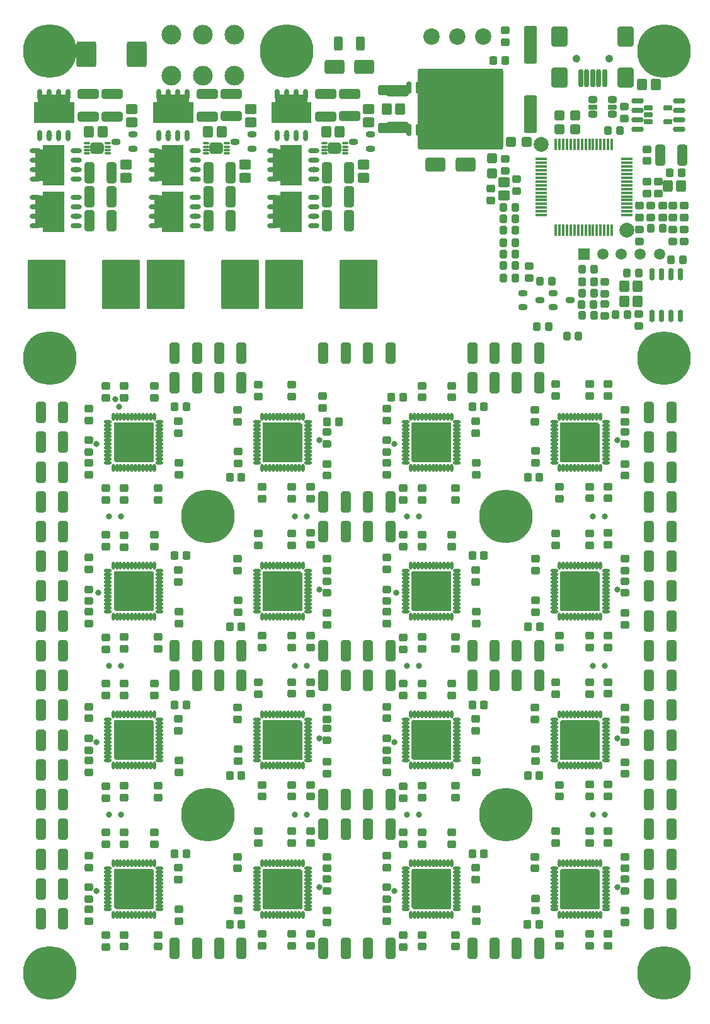
<source format=gts>
%FSLAX44Y44*%
%MOMM*%
G71*
G01*
G75*
G04 Layer_Color=8388736*
G04:AMPARAMS|DCode=10|XSize=1mm|YSize=0.9mm|CornerRadius=0.198mm|HoleSize=0mm|Usage=FLASHONLY|Rotation=270.000|XOffset=0mm|YOffset=0mm|HoleType=Round|Shape=RoundedRectangle|*
%AMROUNDEDRECTD10*
21,1,1.0000,0.5040,0,0,270.0*
21,1,0.6040,0.9000,0,0,270.0*
1,1,0.3960,-0.2520,-0.3020*
1,1,0.3960,-0.2520,0.3020*
1,1,0.3960,0.2520,0.3020*
1,1,0.3960,0.2520,-0.3020*
%
%ADD10ROUNDEDRECTD10*%
%ADD11C,0.6000*%
%ADD12C,1.3000*%
%ADD13R,1.3000X1.3000*%
G04:AMPARAMS|DCode=14|XSize=1.45mm|YSize=1.15mm|CornerRadius=0.2013mm|HoleSize=0mm|Usage=FLASHONLY|Rotation=90.000|XOffset=0mm|YOffset=0mm|HoleType=Round|Shape=RoundedRectangle|*
%AMROUNDEDRECTD14*
21,1,1.4500,0.7475,0,0,90.0*
21,1,1.0475,1.1500,0,0,90.0*
1,1,0.4025,0.3738,0.5238*
1,1,0.4025,0.3738,-0.5238*
1,1,0.4025,-0.3738,-0.5238*
1,1,0.4025,-0.3738,0.5238*
%
%ADD14ROUNDEDRECTD14*%
G04:AMPARAMS|DCode=15|XSize=1mm|YSize=0.9mm|CornerRadius=0.198mm|HoleSize=0mm|Usage=FLASHONLY|Rotation=180.000|XOffset=0mm|YOffset=0mm|HoleType=Round|Shape=RoundedRectangle|*
%AMROUNDEDRECTD15*
21,1,1.0000,0.5040,0,0,180.0*
21,1,0.6040,0.9000,0,0,180.0*
1,1,0.3960,-0.3020,0.2520*
1,1,0.3960,0.3020,0.2520*
1,1,0.3960,0.3020,-0.2520*
1,1,0.3960,-0.3020,-0.2520*
%
%ADD15ROUNDEDRECTD15*%
%ADD16O,0.3000X1.5000*%
%ADD17O,1.5000X0.3000*%
%ADD18C,1.0000*%
G04:AMPARAMS|DCode=19|XSize=2.7mm|YSize=1.15mm|CornerRadius=0.2013mm|HoleSize=0mm|Usage=FLASHONLY|Rotation=90.000|XOffset=0mm|YOffset=0mm|HoleType=Round|Shape=RoundedRectangle|*
%AMROUNDEDRECTD19*
21,1,2.7000,0.7475,0,0,90.0*
21,1,2.2975,1.1500,0,0,90.0*
1,1,0.4025,0.3738,1.1487*
1,1,0.4025,0.3738,-1.1487*
1,1,0.4025,-0.3738,-1.1487*
1,1,0.4025,-0.3738,1.1487*
%
%ADD19ROUNDEDRECTD19*%
G04:AMPARAMS|DCode=20|XSize=4.9mm|YSize=1.6mm|CornerRadius=0.2mm|HoleSize=0mm|Usage=FLASHONLY|Rotation=270.000|XOffset=0mm|YOffset=0mm|HoleType=Round|Shape=RoundedRectangle|*
%AMROUNDEDRECTD20*
21,1,4.9000,1.2000,0,0,270.0*
21,1,4.5000,1.6000,0,0,270.0*
1,1,0.4000,-0.6000,-2.2500*
1,1,0.4000,-0.6000,2.2500*
1,1,0.4000,0.6000,2.2500*
1,1,0.4000,0.6000,-2.2500*
%
%ADD20ROUNDEDRECTD20*%
%ADD21O,1.5500X0.6000*%
%ADD22O,0.6000X1.5500*%
G04:AMPARAMS|DCode=23|XSize=6.45mm|YSize=6mm|CornerRadius=0.21mm|HoleSize=0mm|Usage=FLASHONLY|Rotation=0.000|XOffset=0mm|YOffset=0mm|HoleType=Round|Shape=RoundedRectangle|*
%AMROUNDEDRECTD23*
21,1,6.4500,5.5800,0,0,0.0*
21,1,6.0300,6.0000,0,0,0.0*
1,1,0.4200,3.0150,-2.7900*
1,1,0.4200,-3.0150,-2.7900*
1,1,0.4200,-3.0150,2.7900*
1,1,0.4200,3.0150,2.7900*
%
%ADD23ROUNDEDRECTD23*%
G04:AMPARAMS|DCode=24|XSize=2.85mm|YSize=1mm|CornerRadius=0.2mm|HoleSize=0mm|Usage=FLASHONLY|Rotation=0.000|XOffset=0mm|YOffset=0mm|HoleType=Round|Shape=RoundedRectangle|*
%AMROUNDEDRECTD24*
21,1,2.8500,0.6000,0,0,0.0*
21,1,2.4500,1.0000,0,0,0.0*
1,1,0.4000,1.2250,-0.3000*
1,1,0.4000,-1.2250,-0.3000*
1,1,0.4000,-1.2250,0.3000*
1,1,0.4000,1.2250,0.3000*
%
%ADD24ROUNDEDRECTD24*%
G04:AMPARAMS|DCode=25|XSize=11.3mm|YSize=10.75mm|CornerRadius=0.215mm|HoleSize=0mm|Usage=FLASHONLY|Rotation=0.000|XOffset=0mm|YOffset=0mm|HoleType=Round|Shape=RoundedRectangle|*
%AMROUNDEDRECTD25*
21,1,11.3000,10.3200,0,0,0.0*
21,1,10.8700,10.7500,0,0,0.0*
1,1,0.4300,5.4350,-5.1600*
1,1,0.4300,-5.4350,-5.1600*
1,1,0.4300,-5.4350,5.1600*
1,1,0.4300,5.4350,5.1600*
%
%ADD25ROUNDEDRECTD25*%
G04:AMPARAMS|DCode=26|XSize=3.95mm|YSize=1.2mm|CornerRadius=0.198mm|HoleSize=0mm|Usage=FLASHONLY|Rotation=0.000|XOffset=0mm|YOffset=0mm|HoleType=Round|Shape=RoundedRectangle|*
%AMROUNDEDRECTD26*
21,1,3.9500,0.8040,0,0,0.0*
21,1,3.5540,1.2000,0,0,0.0*
1,1,0.3960,1.7770,-0.4020*
1,1,0.3960,-1.7770,-0.4020*
1,1,0.3960,-1.7770,0.4020*
1,1,0.3960,1.7770,0.4020*
%
%ADD26ROUNDEDRECTD26*%
G04:AMPARAMS|DCode=27|XSize=1.1mm|YSize=0.6mm|CornerRadius=0.201mm|HoleSize=0mm|Usage=FLASHONLY|Rotation=0.000|XOffset=0mm|YOffset=0mm|HoleType=Round|Shape=RoundedRectangle|*
%AMROUNDEDRECTD27*
21,1,1.1000,0.1980,0,0,0.0*
21,1,0.6980,0.6000,0,0,0.0*
1,1,0.4020,0.3490,-0.0990*
1,1,0.4020,-0.3490,-0.0990*
1,1,0.4020,-0.3490,0.0990*
1,1,0.4020,0.3490,0.0990*
%
%ADD27ROUNDEDRECTD27*%
G04:AMPARAMS|DCode=28|XSize=1.35mm|YSize=1.65mm|CornerRadius=0.27mm|HoleSize=0mm|Usage=FLASHONLY|Rotation=90.000|XOffset=0mm|YOffset=0mm|HoleType=Round|Shape=RoundedRectangle|*
%AMROUNDEDRECTD28*
21,1,1.3500,1.1100,0,0,90.0*
21,1,0.8100,1.6500,0,0,90.0*
1,1,0.5400,0.5550,0.4050*
1,1,0.5400,0.5550,-0.4050*
1,1,0.5400,-0.5550,-0.4050*
1,1,0.5400,-0.5550,0.4050*
%
%ADD28ROUNDEDRECTD28*%
G04:AMPARAMS|DCode=29|XSize=0.7mm|YSize=0.25mm|CornerRadius=0.0838mm|HoleSize=0mm|Usage=FLASHONLY|Rotation=0.000|XOffset=0mm|YOffset=0mm|HoleType=Round|Shape=RoundedRectangle|*
%AMROUNDEDRECTD29*
21,1,0.7000,0.0825,0,0,0.0*
21,1,0.5325,0.2500,0,0,0.0*
1,1,0.1675,0.2662,-0.0413*
1,1,0.1675,-0.2662,-0.0413*
1,1,0.1675,-0.2662,0.0413*
1,1,0.1675,0.2662,0.0413*
%
%ADD29ROUNDEDRECTD29*%
G04:AMPARAMS|DCode=30|XSize=1.75mm|YSize=1.05mm|CornerRadius=0.1995mm|HoleSize=0mm|Usage=FLASHONLY|Rotation=270.000|XOffset=0mm|YOffset=0mm|HoleType=Round|Shape=RoundedRectangle|*
%AMROUNDEDRECTD30*
21,1,1.7500,0.6510,0,0,270.0*
21,1,1.3510,1.0500,0,0,270.0*
1,1,0.3990,-0.3255,-0.6755*
1,1,0.3990,-0.3255,0.6755*
1,1,0.3990,0.3255,0.6755*
1,1,0.3990,0.3255,-0.6755*
%
%ADD30ROUNDEDRECTD30*%
%ADD31O,1.3500X0.5000*%
G04:AMPARAMS|DCode=32|XSize=1.05mm|YSize=0.65mm|CornerRadius=0.2015mm|HoleSize=0mm|Usage=FLASHONLY|Rotation=0.000|XOffset=0mm|YOffset=0mm|HoleType=Round|Shape=RoundedRectangle|*
%AMROUNDEDRECTD32*
21,1,1.0500,0.2470,0,0,0.0*
21,1,0.6470,0.6500,0,0,0.0*
1,1,0.4030,0.3235,-0.1235*
1,1,0.4030,-0.3235,-0.1235*
1,1,0.4030,-0.3235,0.1235*
1,1,0.4030,0.3235,0.1235*
%
%ADD32ROUNDEDRECTD32*%
%ADD33O,0.5000X1.3500*%
G04:AMPARAMS|DCode=34|XSize=6.5mm|YSize=5mm|CornerRadius=0.25mm|HoleSize=0mm|Usage=FLASHONLY|Rotation=90.000|XOffset=0mm|YOffset=0mm|HoleType=Round|Shape=RoundedRectangle|*
%AMROUNDEDRECTD34*
21,1,6.5000,4.5000,0,0,90.0*
21,1,6.0000,5.0000,0,0,90.0*
1,1,0.5000,2.2500,3.0000*
1,1,0.5000,2.2500,-3.0000*
1,1,0.5000,-2.2500,-3.0000*
1,1,0.5000,-2.2500,3.0000*
%
%ADD34ROUNDEDRECTD34*%
G04:AMPARAMS|DCode=35|XSize=3.3mm|YSize=2.5mm|CornerRadius=0.2mm|HoleSize=0mm|Usage=FLASHONLY|Rotation=270.000|XOffset=0mm|YOffset=0mm|HoleType=Round|Shape=RoundedRectangle|*
%AMROUNDEDRECTD35*
21,1,3.3000,2.1000,0,0,270.0*
21,1,2.9000,2.5000,0,0,270.0*
1,1,0.4000,-1.0500,-1.4500*
1,1,0.4000,-1.0500,1.4500*
1,1,0.4000,1.0500,1.4500*
1,1,0.4000,1.0500,-1.4500*
%
%ADD35ROUNDEDRECTD35*%
G04:AMPARAMS|DCode=36|XSize=2.5mm|YSize=1.7mm|CornerRadius=0.204mm|HoleSize=0mm|Usage=FLASHONLY|Rotation=180.000|XOffset=0mm|YOffset=0mm|HoleType=Round|Shape=RoundedRectangle|*
%AMROUNDEDRECTD36*
21,1,2.5000,1.2920,0,0,180.0*
21,1,2.0920,1.7000,0,0,180.0*
1,1,0.4080,-1.0460,0.6460*
1,1,0.4080,1.0460,0.6460*
1,1,0.4080,1.0460,-0.6460*
1,1,0.4080,-1.0460,-0.6460*
%
%ADD36ROUNDEDRECTD36*%
G04:AMPARAMS|DCode=37|XSize=1.2mm|YSize=1.2mm|CornerRadius=0.198mm|HoleSize=0mm|Usage=FLASHONLY|Rotation=90.000|XOffset=0mm|YOffset=0mm|HoleType=Round|Shape=RoundedRectangle|*
%AMROUNDEDRECTD37*
21,1,1.2000,0.8040,0,0,90.0*
21,1,0.8040,1.2000,0,0,90.0*
1,1,0.3960,0.4020,0.4020*
1,1,0.3960,0.4020,-0.4020*
1,1,0.3960,-0.4020,-0.4020*
1,1,0.3960,-0.4020,0.4020*
%
%ADD37ROUNDEDRECTD37*%
G04:AMPARAMS|DCode=38|XSize=1.2mm|YSize=1.2mm|CornerRadius=0.198mm|HoleSize=0mm|Usage=FLASHONLY|Rotation=0.000|XOffset=0mm|YOffset=0mm|HoleType=Round|Shape=RoundedRectangle|*
%AMROUNDEDRECTD38*
21,1,1.2000,0.8040,0,0,0.0*
21,1,0.8040,1.2000,0,0,0.0*
1,1,0.3960,0.4020,-0.4020*
1,1,0.3960,-0.4020,-0.4020*
1,1,0.3960,-0.4020,0.4020*
1,1,0.3960,0.4020,0.4020*
%
%ADD38ROUNDEDRECTD38*%
G04:AMPARAMS|DCode=39|XSize=1mm|YSize=0.95mm|CornerRadius=0.1995mm|HoleSize=0mm|Usage=FLASHONLY|Rotation=270.000|XOffset=0mm|YOffset=0mm|HoleType=Round|Shape=RoundedRectangle|*
%AMROUNDEDRECTD39*
21,1,1.0000,0.5510,0,0,270.0*
21,1,0.6010,0.9500,0,0,270.0*
1,1,0.3990,-0.2755,-0.3005*
1,1,0.3990,-0.2755,0.3005*
1,1,0.3990,0.2755,0.3005*
1,1,0.3990,0.2755,-0.3005*
%
%ADD39ROUNDEDRECTD39*%
G04:AMPARAMS|DCode=40|XSize=1mm|YSize=0.95mm|CornerRadius=0.1995mm|HoleSize=0mm|Usage=FLASHONLY|Rotation=180.000|XOffset=0mm|YOffset=0mm|HoleType=Round|Shape=RoundedRectangle|*
%AMROUNDEDRECTD40*
21,1,1.0000,0.5510,0,0,180.0*
21,1,0.6010,0.9500,0,0,180.0*
1,1,0.3990,-0.3005,0.2755*
1,1,0.3990,0.3005,0.2755*
1,1,0.3990,0.3005,-0.2755*
1,1,0.3990,-0.3005,-0.2755*
%
%ADD40ROUNDEDRECTD40*%
G04:AMPARAMS|DCode=41|XSize=2.7mm|YSize=1.15mm|CornerRadius=0.2013mm|HoleSize=0mm|Usage=FLASHONLY|Rotation=180.000|XOffset=0mm|YOffset=0mm|HoleType=Round|Shape=RoundedRectangle|*
%AMROUNDEDRECTD41*
21,1,2.7000,0.7475,0,0,180.0*
21,1,2.2975,1.1500,0,0,180.0*
1,1,0.4025,-1.1487,0.3738*
1,1,0.4025,1.1487,0.3738*
1,1,0.4025,1.1487,-0.3738*
1,1,0.4025,-1.1487,-0.3738*
%
%ADD41ROUNDEDRECTD41*%
G04:AMPARAMS|DCode=42|XSize=1.45mm|YSize=1.15mm|CornerRadius=0.2013mm|HoleSize=0mm|Usage=FLASHONLY|Rotation=0.000|XOffset=0mm|YOffset=0mm|HoleType=Round|Shape=RoundedRectangle|*
%AMROUNDEDRECTD42*
21,1,1.4500,0.7475,0,0,0.0*
21,1,1.0475,1.1500,0,0,0.0*
1,1,0.4025,0.5238,-0.3738*
1,1,0.4025,-0.5238,-0.3738*
1,1,0.4025,-0.5238,0.3738*
1,1,0.4025,0.5238,0.3738*
%
%ADD42ROUNDEDRECTD42*%
G04:AMPARAMS|DCode=43|XSize=1.1mm|YSize=0.8mm|CornerRadius=0.268mm|HoleSize=0mm|Usage=FLASHONLY|Rotation=0.000|XOffset=0mm|YOffset=0mm|HoleType=Round|Shape=RoundedRectangle|*
%AMROUNDEDRECTD43*
21,1,1.1000,0.2640,0,0,0.0*
21,1,0.5640,0.8000,0,0,0.0*
1,1,0.5360,0.2820,-0.1320*
1,1,0.5360,-0.2820,-0.1320*
1,1,0.5360,-0.2820,0.1320*
1,1,0.5360,0.2820,0.1320*
%
%ADD43ROUNDEDRECTD43*%
G04:AMPARAMS|DCode=44|XSize=2.3mm|YSize=0.5mm|CornerRadius=0.2mm|HoleSize=0mm|Usage=FLASHONLY|Rotation=270.000|XOffset=0mm|YOffset=0mm|HoleType=Round|Shape=RoundedRectangle|*
%AMROUNDEDRECTD44*
21,1,2.3000,0.1000,0,0,270.0*
21,1,1.9000,0.5000,0,0,270.0*
1,1,0.4000,-0.0500,-0.9500*
1,1,0.4000,-0.0500,0.9500*
1,1,0.4000,0.0500,0.9500*
1,1,0.4000,0.0500,-0.9500*
%
%ADD44ROUNDEDRECTD44*%
G04:AMPARAMS|DCode=45|XSize=2.5mm|YSize=2mm|CornerRadius=0.2mm|HoleSize=0mm|Usage=FLASHONLY|Rotation=270.000|XOffset=0mm|YOffset=0mm|HoleType=Round|Shape=RoundedRectangle|*
%AMROUNDEDRECTD45*
21,1,2.5000,1.6000,0,0,270.0*
21,1,2.1000,2.0000,0,0,270.0*
1,1,0.4000,-0.8000,-1.0500*
1,1,0.4000,-0.8000,1.0500*
1,1,0.4000,0.8000,1.0500*
1,1,0.4000,0.8000,-1.0500*
%
%ADD45ROUNDEDRECTD45*%
%ADD46O,0.2500X0.8500*%
%ADD47O,0.8500X0.2500*%
%ADD48C,0.4000*%
%ADD49C,0.6000*%
%ADD50C,0.2500*%
%ADD51C,0.5000*%
%ADD52C,0.2000*%
%ADD53C,0.3500*%
%ADD54C,0.4500*%
%ADD55C,0.3000*%
%ADD56C,0.2540*%
%ADD57C,2.0000*%
%ADD58C,0.4000*%
%ADD59C,7.0000*%
%ADD60C,2.0000*%
%ADD61C,2.5000*%
%ADD62C,0.5000*%
%ADD63C,4.5000*%
%ADD64C,0.1500*%
%ADD65C,0.1000*%
%ADD66C,0.1524*%
%ADD67C,0.0000*%
G04:AMPARAMS|DCode=68|XSize=1.15mm|YSize=1.05mm|CornerRadius=0.273mm|HoleSize=0mm|Usage=FLASHONLY|Rotation=270.000|XOffset=0mm|YOffset=0mm|HoleType=Round|Shape=RoundedRectangle|*
%AMROUNDEDRECTD68*
21,1,1.1500,0.5040,0,0,270.0*
21,1,0.6040,1.0500,0,0,270.0*
1,1,0.5460,-0.2520,-0.3020*
1,1,0.5460,-0.2520,0.3020*
1,1,0.5460,0.2520,0.3020*
1,1,0.5460,0.2520,-0.3020*
%
%ADD68ROUNDEDRECTD68*%
%ADD69C,0.8000*%
%ADD70C,1.5000*%
%ADD71R,1.5000X1.5000*%
G04:AMPARAMS|DCode=72|XSize=1.6mm|YSize=1.3mm|CornerRadius=0.2763mm|HoleSize=0mm|Usage=FLASHONLY|Rotation=90.000|XOffset=0mm|YOffset=0mm|HoleType=Round|Shape=RoundedRectangle|*
%AMROUNDEDRECTD72*
21,1,1.6000,0.7475,0,0,90.0*
21,1,1.0475,1.3000,0,0,90.0*
1,1,0.5525,0.3738,0.5238*
1,1,0.5525,0.3738,-0.5238*
1,1,0.5525,-0.3738,-0.5238*
1,1,0.5525,-0.3738,0.5238*
%
%ADD72ROUNDEDRECTD72*%
G04:AMPARAMS|DCode=73|XSize=1.15mm|YSize=1.05mm|CornerRadius=0.273mm|HoleSize=0mm|Usage=FLASHONLY|Rotation=180.000|XOffset=0mm|YOffset=0mm|HoleType=Round|Shape=RoundedRectangle|*
%AMROUNDEDRECTD73*
21,1,1.1500,0.5040,0,0,180.0*
21,1,0.6040,1.0500,0,0,180.0*
1,1,0.5460,-0.3020,0.2520*
1,1,0.5460,0.3020,0.2520*
1,1,0.5460,0.3020,-0.2520*
1,1,0.5460,-0.3020,-0.2520*
%
%ADD73ROUNDEDRECTD73*%
%ADD74O,0.4000X1.6000*%
%ADD75O,1.6000X0.4000*%
%ADD76C,2.0000*%
G04:AMPARAMS|DCode=77|XSize=2.85mm|YSize=1.3mm|CornerRadius=0.2763mm|HoleSize=0mm|Usage=FLASHONLY|Rotation=90.000|XOffset=0mm|YOffset=0mm|HoleType=Round|Shape=RoundedRectangle|*
%AMROUNDEDRECTD77*
21,1,2.8500,0.7475,0,0,90.0*
21,1,2.2975,1.3000,0,0,90.0*
1,1,0.5525,0.3738,1.1487*
1,1,0.5525,0.3738,-1.1487*
1,1,0.5525,-0.3738,-1.1487*
1,1,0.5525,-0.3738,1.1487*
%
%ADD77ROUNDEDRECTD77*%
G04:AMPARAMS|DCode=78|XSize=5.05mm|YSize=1.75mm|CornerRadius=0.275mm|HoleSize=0mm|Usage=FLASHONLY|Rotation=270.000|XOffset=0mm|YOffset=0mm|HoleType=Round|Shape=RoundedRectangle|*
%AMROUNDEDRECTD78*
21,1,5.0500,1.2000,0,0,270.0*
21,1,4.5000,1.7500,0,0,270.0*
1,1,0.5500,-0.6000,-2.2500*
1,1,0.5500,-0.6000,2.2500*
1,1,0.5500,0.6000,2.2500*
1,1,0.5500,0.6000,-2.2500*
%
%ADD78ROUNDEDRECTD78*%
%ADD79O,1.7000X0.7500*%
%ADD80O,0.7500X1.7000*%
G04:AMPARAMS|DCode=81|XSize=6.6mm|YSize=6.15mm|CornerRadius=0.285mm|HoleSize=0mm|Usage=FLASHONLY|Rotation=0.000|XOffset=0mm|YOffset=0mm|HoleType=Round|Shape=RoundedRectangle|*
%AMROUNDEDRECTD81*
21,1,6.6000,5.5800,0,0,0.0*
21,1,6.0300,6.1500,0,0,0.0*
1,1,0.5700,3.0150,-2.7900*
1,1,0.5700,-3.0150,-2.7900*
1,1,0.5700,-3.0150,2.7900*
1,1,0.5700,3.0150,2.7900*
%
%ADD81ROUNDEDRECTD81*%
G04:AMPARAMS|DCode=82|XSize=3mm|YSize=1.15mm|CornerRadius=0.275mm|HoleSize=0mm|Usage=FLASHONLY|Rotation=0.000|XOffset=0mm|YOffset=0mm|HoleType=Round|Shape=RoundedRectangle|*
%AMROUNDEDRECTD82*
21,1,3.0000,0.6000,0,0,0.0*
21,1,2.4500,1.1500,0,0,0.0*
1,1,0.5500,1.2250,-0.3000*
1,1,0.5500,-1.2250,-0.3000*
1,1,0.5500,-1.2250,0.3000*
1,1,0.5500,1.2250,0.3000*
%
%ADD82ROUNDEDRECTD82*%
G04:AMPARAMS|DCode=83|XSize=11.45mm|YSize=10.9mm|CornerRadius=0.29mm|HoleSize=0mm|Usage=FLASHONLY|Rotation=0.000|XOffset=0mm|YOffset=0mm|HoleType=Round|Shape=RoundedRectangle|*
%AMROUNDEDRECTD83*
21,1,11.4500,10.3200,0,0,0.0*
21,1,10.8700,10.9000,0,0,0.0*
1,1,0.5800,5.4350,-5.1600*
1,1,0.5800,-5.4350,-5.1600*
1,1,0.5800,-5.4350,5.1600*
1,1,0.5800,5.4350,5.1600*
%
%ADD83ROUNDEDRECTD83*%
G04:AMPARAMS|DCode=84|XSize=4.1mm|YSize=1.35mm|CornerRadius=0.273mm|HoleSize=0mm|Usage=FLASHONLY|Rotation=0.000|XOffset=0mm|YOffset=0mm|HoleType=Round|Shape=RoundedRectangle|*
%AMROUNDEDRECTD84*
21,1,4.1000,0.8040,0,0,0.0*
21,1,3.5540,1.3500,0,0,0.0*
1,1,0.5460,1.7770,-0.4020*
1,1,0.5460,-1.7770,-0.4020*
1,1,0.5460,-1.7770,0.4020*
1,1,0.5460,1.7770,0.4020*
%
%ADD84ROUNDEDRECTD84*%
G04:AMPARAMS|DCode=85|XSize=1.25mm|YSize=0.75mm|CornerRadius=0.276mm|HoleSize=0mm|Usage=FLASHONLY|Rotation=0.000|XOffset=0mm|YOffset=0mm|HoleType=Round|Shape=RoundedRectangle|*
%AMROUNDEDRECTD85*
21,1,1.2500,0.1980,0,0,0.0*
21,1,0.6980,0.7500,0,0,0.0*
1,1,0.5520,0.3490,-0.0990*
1,1,0.5520,-0.3490,-0.0990*
1,1,0.5520,-0.3490,0.0990*
1,1,0.5520,0.3490,0.0990*
%
%ADD85ROUNDEDRECTD85*%
G04:AMPARAMS|DCode=86|XSize=1.5mm|YSize=1.8mm|CornerRadius=0.345mm|HoleSize=0mm|Usage=FLASHONLY|Rotation=90.000|XOffset=0mm|YOffset=0mm|HoleType=Round|Shape=RoundedRectangle|*
%AMROUNDEDRECTD86*
21,1,1.5000,1.1100,0,0,90.0*
21,1,0.8100,1.8000,0,0,90.0*
1,1,0.6900,0.5550,0.4050*
1,1,0.6900,0.5550,-0.4050*
1,1,0.6900,-0.5550,-0.4050*
1,1,0.6900,-0.5550,0.4050*
%
%ADD86ROUNDEDRECTD86*%
G04:AMPARAMS|DCode=87|XSize=0.8mm|YSize=0.35mm|CornerRadius=0.1338mm|HoleSize=0mm|Usage=FLASHONLY|Rotation=0.000|XOffset=0mm|YOffset=0mm|HoleType=Round|Shape=RoundedRectangle|*
%AMROUNDEDRECTD87*
21,1,0.8000,0.0825,0,0,0.0*
21,1,0.5325,0.3500,0,0,0.0*
1,1,0.2675,0.2662,-0.0413*
1,1,0.2675,-0.2662,-0.0413*
1,1,0.2675,-0.2662,0.0413*
1,1,0.2675,0.2662,0.0413*
%
%ADD87ROUNDEDRECTD87*%
G04:AMPARAMS|DCode=88|XSize=1.9mm|YSize=1.2mm|CornerRadius=0.2745mm|HoleSize=0mm|Usage=FLASHONLY|Rotation=270.000|XOffset=0mm|YOffset=0mm|HoleType=Round|Shape=RoundedRectangle|*
%AMROUNDEDRECTD88*
21,1,1.9000,0.6510,0,0,270.0*
21,1,1.3510,1.2000,0,0,270.0*
1,1,0.5490,-0.3255,-0.6755*
1,1,0.5490,-0.3255,0.6755*
1,1,0.5490,0.3255,0.6755*
1,1,0.5490,0.3255,-0.6755*
%
%ADD88ROUNDEDRECTD88*%
%ADD89O,1.5000X0.6500*%
G04:AMPARAMS|DCode=90|XSize=1.2mm|YSize=0.8mm|CornerRadius=0.2765mm|HoleSize=0mm|Usage=FLASHONLY|Rotation=0.000|XOffset=0mm|YOffset=0mm|HoleType=Round|Shape=RoundedRectangle|*
%AMROUNDEDRECTD90*
21,1,1.2000,0.2470,0,0,0.0*
21,1,0.6470,0.8000,0,0,0.0*
1,1,0.5530,0.3235,-0.1235*
1,1,0.5530,-0.3235,-0.1235*
1,1,0.5530,-0.3235,0.1235*
1,1,0.5530,0.3235,0.1235*
%
%ADD90ROUNDEDRECTD90*%
%ADD91O,0.6500X1.5000*%
G04:AMPARAMS|DCode=92|XSize=6.65mm|YSize=5.15mm|CornerRadius=0.325mm|HoleSize=0mm|Usage=FLASHONLY|Rotation=90.000|XOffset=0mm|YOffset=0mm|HoleType=Round|Shape=RoundedRectangle|*
%AMROUNDEDRECTD92*
21,1,6.6500,4.5000,0,0,90.0*
21,1,6.0000,5.1500,0,0,90.0*
1,1,0.6500,2.2500,3.0000*
1,1,0.6500,2.2500,-3.0000*
1,1,0.6500,-2.2500,-3.0000*
1,1,0.6500,-2.2500,3.0000*
%
%ADD92ROUNDEDRECTD92*%
G04:AMPARAMS|DCode=93|XSize=3.45mm|YSize=2.65mm|CornerRadius=0.275mm|HoleSize=0mm|Usage=FLASHONLY|Rotation=270.000|XOffset=0mm|YOffset=0mm|HoleType=Round|Shape=RoundedRectangle|*
%AMROUNDEDRECTD93*
21,1,3.4500,2.1000,0,0,270.0*
21,1,2.9000,2.6500,0,0,270.0*
1,1,0.5500,-1.0500,-1.4500*
1,1,0.5500,-1.0500,1.4500*
1,1,0.5500,1.0500,1.4500*
1,1,0.5500,1.0500,-1.4500*
%
%ADD93ROUNDEDRECTD93*%
G04:AMPARAMS|DCode=94|XSize=2.65mm|YSize=1.85mm|CornerRadius=0.279mm|HoleSize=0mm|Usage=FLASHONLY|Rotation=180.000|XOffset=0mm|YOffset=0mm|HoleType=Round|Shape=RoundedRectangle|*
%AMROUNDEDRECTD94*
21,1,2.6500,1.2920,0,0,180.0*
21,1,2.0920,1.8500,0,0,180.0*
1,1,0.5580,-1.0460,0.6460*
1,1,0.5580,1.0460,0.6460*
1,1,0.5580,1.0460,-0.6460*
1,1,0.5580,-1.0460,-0.6460*
%
%ADD94ROUNDEDRECTD94*%
G04:AMPARAMS|DCode=95|XSize=1.35mm|YSize=1.35mm|CornerRadius=0.273mm|HoleSize=0mm|Usage=FLASHONLY|Rotation=90.000|XOffset=0mm|YOffset=0mm|HoleType=Round|Shape=RoundedRectangle|*
%AMROUNDEDRECTD95*
21,1,1.3500,0.8040,0,0,90.0*
21,1,0.8040,1.3500,0,0,90.0*
1,1,0.5460,0.4020,0.4020*
1,1,0.5460,0.4020,-0.4020*
1,1,0.5460,-0.4020,-0.4020*
1,1,0.5460,-0.4020,0.4020*
%
%ADD95ROUNDEDRECTD95*%
G04:AMPARAMS|DCode=96|XSize=1.35mm|YSize=1.35mm|CornerRadius=0.273mm|HoleSize=0mm|Usage=FLASHONLY|Rotation=0.000|XOffset=0mm|YOffset=0mm|HoleType=Round|Shape=RoundedRectangle|*
%AMROUNDEDRECTD96*
21,1,1.3500,0.8040,0,0,0.0*
21,1,0.8040,1.3500,0,0,0.0*
1,1,0.5460,0.4020,-0.4020*
1,1,0.5460,-0.4020,-0.4020*
1,1,0.5460,-0.4020,0.4020*
1,1,0.5460,0.4020,0.4020*
%
%ADD96ROUNDEDRECTD96*%
G04:AMPARAMS|DCode=97|XSize=1.15mm|YSize=1.1mm|CornerRadius=0.2745mm|HoleSize=0mm|Usage=FLASHONLY|Rotation=270.000|XOffset=0mm|YOffset=0mm|HoleType=Round|Shape=RoundedRectangle|*
%AMROUNDEDRECTD97*
21,1,1.1500,0.5510,0,0,270.0*
21,1,0.6010,1.1000,0,0,270.0*
1,1,0.5490,-0.2755,-0.3005*
1,1,0.5490,-0.2755,0.3005*
1,1,0.5490,0.2755,0.3005*
1,1,0.5490,0.2755,-0.3005*
%
%ADD97ROUNDEDRECTD97*%
G04:AMPARAMS|DCode=98|XSize=1.15mm|YSize=1.1mm|CornerRadius=0.2745mm|HoleSize=0mm|Usage=FLASHONLY|Rotation=180.000|XOffset=0mm|YOffset=0mm|HoleType=Round|Shape=RoundedRectangle|*
%AMROUNDEDRECTD98*
21,1,1.1500,0.5510,0,0,180.0*
21,1,0.6010,1.1000,0,0,180.0*
1,1,0.5490,-0.3005,0.2755*
1,1,0.5490,0.3005,0.2755*
1,1,0.5490,0.3005,-0.2755*
1,1,0.5490,-0.3005,-0.2755*
%
%ADD98ROUNDEDRECTD98*%
G04:AMPARAMS|DCode=99|XSize=2.85mm|YSize=1.3mm|CornerRadius=0.2763mm|HoleSize=0mm|Usage=FLASHONLY|Rotation=180.000|XOffset=0mm|YOffset=0mm|HoleType=Round|Shape=RoundedRectangle|*
%AMROUNDEDRECTD99*
21,1,2.8500,0.7475,0,0,180.0*
21,1,2.2975,1.3000,0,0,180.0*
1,1,0.5525,-1.1487,0.3738*
1,1,0.5525,1.1487,0.3738*
1,1,0.5525,1.1487,-0.3738*
1,1,0.5525,-1.1487,-0.3738*
%
%ADD99ROUNDEDRECTD99*%
G04:AMPARAMS|DCode=100|XSize=1.6mm|YSize=1.3mm|CornerRadius=0.2763mm|HoleSize=0mm|Usage=FLASHONLY|Rotation=0.000|XOffset=0mm|YOffset=0mm|HoleType=Round|Shape=RoundedRectangle|*
%AMROUNDEDRECTD100*
21,1,1.6000,0.7475,0,0,0.0*
21,1,1.0475,1.3000,0,0,0.0*
1,1,0.5525,0.5238,-0.3738*
1,1,0.5525,-0.5238,-0.3738*
1,1,0.5525,-0.5238,0.3738*
1,1,0.5525,0.5238,0.3738*
%
%ADD100ROUNDEDRECTD100*%
G04:AMPARAMS|DCode=101|XSize=1.25mm|YSize=0.95mm|CornerRadius=0.343mm|HoleSize=0mm|Usage=FLASHONLY|Rotation=0.000|XOffset=0mm|YOffset=0mm|HoleType=Round|Shape=RoundedRectangle|*
%AMROUNDEDRECTD101*
21,1,1.2500,0.2640,0,0,0.0*
21,1,0.5640,0.9500,0,0,0.0*
1,1,0.6860,0.2820,-0.1320*
1,1,0.6860,-0.2820,-0.1320*
1,1,0.6860,-0.2820,0.1320*
1,1,0.6860,0.2820,0.1320*
%
%ADD101ROUNDEDRECTD101*%
G04:AMPARAMS|DCode=102|XSize=2.45mm|YSize=0.65mm|CornerRadius=0.275mm|HoleSize=0mm|Usage=FLASHONLY|Rotation=270.000|XOffset=0mm|YOffset=0mm|HoleType=Round|Shape=RoundedRectangle|*
%AMROUNDEDRECTD102*
21,1,2.4500,0.1000,0,0,270.0*
21,1,1.9000,0.6500,0,0,270.0*
1,1,0.5500,-0.0500,-0.9500*
1,1,0.5500,-0.0500,0.9500*
1,1,0.5500,0.0500,0.9500*
1,1,0.5500,0.0500,-0.9500*
%
%ADD102ROUNDEDRECTD102*%
G04:AMPARAMS|DCode=103|XSize=2.65mm|YSize=2.15mm|CornerRadius=0.275mm|HoleSize=0mm|Usage=FLASHONLY|Rotation=270.000|XOffset=0mm|YOffset=0mm|HoleType=Round|Shape=RoundedRectangle|*
%AMROUNDEDRECTD103*
21,1,2.6500,1.6000,0,0,270.0*
21,1,2.1000,2.1500,0,0,270.0*
1,1,0.5500,-0.8000,-1.0500*
1,1,0.5500,-0.8000,1.0500*
1,1,0.5500,0.8000,1.0500*
1,1,0.5500,0.8000,-1.0500*
%
%ADD103ROUNDEDRECTD103*%
%ADD104O,0.4500X1.0500*%
%ADD105O,1.0500X0.4500*%
%ADD106C,7.2000*%
%ADD107C,2.2000*%
%ADD108C,2.6500*%
%ADD109C,1.0500*%
G36*
X-574750Y576750D02*
X-525870D01*
X-523250Y574130D01*
X-523211Y525250D01*
X-523366Y524470D01*
X-523808Y523808D01*
X-524470Y523366D01*
X-525250Y523211D01*
Y523250D01*
X-574750Y523211D01*
X-575530Y523366D01*
X-576192Y523808D01*
X-576634Y524470D01*
X-576789Y525250D01*
X-576750D01*
X-576789Y574750D01*
X-576634Y575530D01*
X-576192Y576192D01*
X-575530Y576634D01*
X-574750Y576789D01*
Y576750D01*
D02*
G37*
G36*
X-324470Y376634D02*
X-323808Y376192D01*
X-323366Y375530D01*
X-323211Y374750D01*
X-323250D01*
X-323211Y325250D01*
X-323366Y324470D01*
X-323808Y323808D01*
X-324470Y323366D01*
X-325250Y323211D01*
Y323250D01*
X-374130D01*
X-376750Y325870D01*
X-376789Y374750D01*
X-376634Y375530D01*
X-376192Y376192D01*
X-375530Y376634D01*
X-374750Y376789D01*
Y376750D01*
X-325250Y376789D01*
X-324470Y376634D01*
D02*
G37*
G36*
X-724470D02*
X-723808Y376192D01*
X-723366Y375530D01*
X-723211Y374750D01*
X-723250D01*
X-723211Y325250D01*
X-723366Y324470D01*
X-723808Y323808D01*
X-724470Y323366D01*
X-725250Y323211D01*
Y323250D01*
X-774130D01*
X-776750Y325870D01*
X-776789Y374750D01*
X-776634Y375530D01*
X-776192Y376192D01*
X-775530Y376634D01*
X-774750Y376789D01*
Y376750D01*
X-725250Y376789D01*
X-724470Y376634D01*
D02*
G37*
G36*
X-324470Y576634D02*
X-323808Y576192D01*
X-323366Y575530D01*
X-323211Y574750D01*
X-323250D01*
X-323211Y525250D01*
X-323366Y524470D01*
X-323808Y523808D01*
X-324470Y523366D01*
X-325250Y523211D01*
Y523250D01*
X-374130D01*
X-376750Y525870D01*
X-376789Y574750D01*
X-376634Y575530D01*
X-376192Y576192D01*
X-375530Y576634D01*
X-374750Y576789D01*
Y576750D01*
X-325250Y576789D01*
X-324470Y576634D01*
D02*
G37*
G36*
X-724470D02*
X-723808Y576192D01*
X-723366Y575530D01*
X-723211Y574750D01*
X-723250D01*
X-723211Y525250D01*
X-723366Y524470D01*
X-723808Y523808D01*
X-724470Y523366D01*
X-725250Y523211D01*
Y523250D01*
X-774130D01*
X-776750Y525870D01*
X-776789Y574750D01*
X-776634Y575530D01*
X-776192Y576192D01*
X-775530Y576634D01*
X-774750Y576789D01*
Y576750D01*
X-725250Y576789D01*
X-724470Y576634D01*
D02*
G37*
G36*
X-174750Y576750D02*
X-125870D01*
X-123250Y574130D01*
X-123211Y525250D01*
X-123366Y524470D01*
X-123808Y523808D01*
X-124470Y523366D01*
X-125250Y523211D01*
Y523250D01*
X-174750Y523211D01*
X-175530Y523366D01*
X-176192Y523808D01*
X-176634Y524470D01*
X-176789Y525250D01*
X-176750D01*
X-176789Y574750D01*
X-176634Y575530D01*
X-176192Y576192D01*
X-175530Y576634D01*
X-174750Y576789D01*
Y576750D01*
D02*
G37*
G36*
X-724470Y176634D02*
X-723808Y176192D01*
X-723366Y175530D01*
X-723211Y174750D01*
X-723250D01*
X-723211Y125250D01*
X-723366Y124470D01*
X-723808Y123808D01*
X-724470Y123366D01*
X-725250Y123211D01*
Y123250D01*
X-774130D01*
X-776750Y125870D01*
X-776789Y174750D01*
X-776634Y175530D01*
X-776192Y176192D01*
X-775530Y176634D01*
X-774750Y176789D01*
Y176750D01*
X-725250Y176789D01*
X-724470Y176634D01*
D02*
G37*
G36*
X-174750Y176750D02*
X-125870D01*
X-123250Y174130D01*
X-123211Y125250D01*
X-123366Y124470D01*
X-123808Y123808D01*
X-124470Y123366D01*
X-125250Y123211D01*
Y123250D01*
X-174750Y123211D01*
X-175530Y123366D01*
X-176192Y123808D01*
X-176634Y124470D01*
X-176789Y125250D01*
X-176750D01*
X-176789Y174750D01*
X-176634Y175530D01*
X-176192Y176192D01*
X-175530Y176634D01*
X-174750Y176789D01*
Y176750D01*
D02*
G37*
G36*
X-574750D02*
X-525870D01*
X-523250Y174130D01*
X-523211Y125250D01*
X-523366Y124470D01*
X-523808Y123808D01*
X-524470Y123366D01*
X-525250Y123211D01*
Y123250D01*
X-574750Y123211D01*
X-575530Y123366D01*
X-576192Y123808D01*
X-576634Y124470D01*
X-576789Y125250D01*
X-576750D01*
X-576789Y174750D01*
X-576634Y175530D01*
X-576192Y176192D01*
X-575530Y176634D01*
X-574750Y176789D01*
Y176750D01*
D02*
G37*
G36*
X-174750Y376750D02*
X-125870D01*
X-123250Y374130D01*
X-123211Y325250D01*
X-123366Y324470D01*
X-123808Y323808D01*
X-124470Y323366D01*
X-125250Y323211D01*
Y323250D01*
X-174750Y323211D01*
X-175530Y323366D01*
X-176192Y323808D01*
X-176634Y324470D01*
X-176789Y325250D01*
X-176750D01*
X-176789Y374750D01*
X-176634Y375530D01*
X-176192Y376192D01*
X-175530Y376634D01*
X-174750Y376789D01*
Y376750D01*
D02*
G37*
G36*
X-574750D02*
X-525870D01*
X-523250Y374130D01*
X-523211Y325250D01*
X-523366Y324470D01*
X-523808Y323808D01*
X-524470Y323366D01*
X-525250Y323211D01*
Y323250D01*
X-574750Y323211D01*
X-575530Y323366D01*
X-576192Y323808D01*
X-576634Y324470D01*
X-576789Y325250D01*
X-576750D01*
X-576789Y374750D01*
X-576634Y375530D01*
X-576192Y376192D01*
X-575530Y376634D01*
X-574750Y376789D01*
Y376750D01*
D02*
G37*
G36*
X-324470Y176634D02*
X-323808Y176192D01*
X-323366Y175530D01*
X-323211Y174750D01*
X-323250D01*
X-323211Y125250D01*
X-323366Y124470D01*
X-323808Y123808D01*
X-324470Y123366D01*
X-325250Y123211D01*
Y123250D01*
X-374130D01*
X-376750Y125870D01*
X-376789Y174750D01*
X-376634Y175530D01*
X-376192Y176192D01*
X-375530Y176634D01*
X-374750Y176789D01*
Y176750D01*
X-325250Y176789D01*
X-324470Y176634D01*
D02*
G37*
G36*
X-574750Y776750D02*
X-525870D01*
X-523250Y774130D01*
X-523211Y725250D01*
X-523366Y724470D01*
X-523808Y723808D01*
X-524470Y723366D01*
X-525250Y723211D01*
Y723250D01*
X-574750Y723211D01*
X-575530Y723366D01*
X-576192Y723808D01*
X-576634Y724470D01*
X-576789Y725250D01*
X-576750D01*
X-576789Y774750D01*
X-576634Y775530D01*
X-576192Y776192D01*
X-575530Y776634D01*
X-574750Y776789D01*
Y776750D01*
D02*
G37*
G36*
X-524500Y1094948D02*
X-553000D01*
Y1100448D01*
X-563000D01*
Y1143448D01*
X-553000D01*
Y1148948D01*
X-524500D01*
Y1094948D01*
D02*
G37*
G36*
X-683500D02*
X-712000D01*
Y1100448D01*
X-722000D01*
Y1143448D01*
X-712000D01*
Y1148948D01*
X-683500D01*
Y1094948D01*
D02*
G37*
G36*
X-843500D02*
X-872000D01*
Y1100448D01*
X-882000D01*
Y1143448D01*
X-872000D01*
Y1148948D01*
X-843500D01*
Y1094948D01*
D02*
G37*
G36*
X-516500Y1206998D02*
X-511000D01*
Y1178498D01*
X-565000D01*
Y1206998D01*
X-559500D01*
Y1216998D01*
X-516500D01*
Y1206998D01*
D02*
G37*
G36*
X-675500D02*
X-670000D01*
Y1178498D01*
X-724000D01*
Y1206998D01*
X-718500D01*
Y1216998D01*
X-675500D01*
Y1206998D01*
D02*
G37*
G36*
X-835500D02*
X-830000D01*
Y1178498D01*
X-884000D01*
Y1206998D01*
X-878500D01*
Y1216998D01*
X-835500D01*
Y1206998D01*
D02*
G37*
G36*
X-324470Y776634D02*
X-323808Y776192D01*
X-323366Y775530D01*
X-323211Y774750D01*
X-323250D01*
X-323211Y725250D01*
X-323366Y724470D01*
X-323808Y723808D01*
X-324470Y723366D01*
X-325250Y723211D01*
Y723250D01*
X-374130D01*
X-376750Y725870D01*
X-376789Y774750D01*
X-376634Y775530D01*
X-376192Y776192D01*
X-375530Y776634D01*
X-374750Y776789D01*
Y776750D01*
X-325250Y776789D01*
X-324470Y776634D01*
D02*
G37*
G36*
X-724470D02*
X-723808Y776192D01*
X-723366Y775530D01*
X-723211Y774750D01*
X-723250D01*
X-723211Y725250D01*
X-723366Y724470D01*
X-723808Y723808D01*
X-724470Y723366D01*
X-725250Y723211D01*
Y723250D01*
X-774130D01*
X-776750Y725870D01*
X-776789Y774750D01*
X-776634Y775530D01*
X-776192Y776192D01*
X-775530Y776634D01*
X-774750Y776789D01*
Y776750D01*
X-725250Y776789D01*
X-724470Y776634D01*
D02*
G37*
G36*
X-174750Y776750D02*
X-125870D01*
X-123250Y774130D01*
X-123211Y725250D01*
X-123366Y724470D01*
X-123808Y723808D01*
X-124470Y723366D01*
X-125250Y723211D01*
Y723250D01*
X-174750Y723211D01*
X-175530Y723366D01*
X-176192Y723808D01*
X-176634Y724470D01*
X-176789Y725250D01*
X-176750D01*
X-176789Y774750D01*
X-176634Y775530D01*
X-176192Y776192D01*
X-175530Y776634D01*
X-174750Y776789D01*
Y776750D01*
D02*
G37*
G36*
X-524500Y1032500D02*
X-553000D01*
Y1038000D01*
X-563000D01*
Y1081000D01*
X-553000D01*
Y1086500D01*
X-524500D01*
Y1032500D01*
D02*
G37*
G36*
X-683500D02*
X-712000D01*
Y1038000D01*
X-722000D01*
Y1081000D01*
X-712000D01*
Y1086500D01*
X-683500D01*
Y1032500D01*
D02*
G37*
G36*
X-843500D02*
X-872000D01*
Y1038000D01*
X-882000D01*
Y1081000D01*
X-872000D01*
Y1086500D01*
X-843500D01*
Y1032500D01*
D02*
G37*
D11*
X-150000Y750000D02*
D03*
Y550000D02*
D03*
Y350000D02*
D03*
Y150000D02*
D03*
X-350000D02*
D03*
Y350000D02*
D03*
Y550000D02*
D03*
Y750000D02*
D03*
X-550000D02*
D03*
Y550000D02*
D03*
Y350000D02*
D03*
Y150000D02*
D03*
X-750000D02*
D03*
Y350000D02*
D03*
Y550000D02*
D03*
Y750000D02*
D03*
D68*
X-237000Y987500D02*
D03*
X-253000D02*
D03*
X-188000Y965750D02*
D03*
X-204000D02*
D03*
X-253000Y1035000D02*
D03*
X-237000D02*
D03*
X-12000Y995000D02*
D03*
X-28000D02*
D03*
X-87000Y977000D02*
D03*
X-71000D02*
D03*
X-96500Y1168500D02*
D03*
X-112500D02*
D03*
X-147750Y935000D02*
D03*
X-131750D02*
D03*
X-131500Y920250D02*
D03*
X-147500D02*
D03*
X-131500Y950000D02*
D03*
X-147500D02*
D03*
X-253000Y970750D02*
D03*
X-237000D02*
D03*
X-253000Y1050000D02*
D03*
X-237000D02*
D03*
X-253000Y1065000D02*
D03*
X-237000D02*
D03*
X-253000Y1017500D02*
D03*
X-237000D02*
D03*
X-39000Y1037000D02*
D03*
X-55000D02*
D03*
X-147500Y982500D02*
D03*
X-131500D02*
D03*
X-86500Y921500D02*
D03*
X-102500D02*
D03*
X-192000Y905000D02*
D03*
X-208000D02*
D03*
X-152000Y892500D02*
D03*
X-168000D02*
D03*
X-237000Y1002468D02*
D03*
X-253000D02*
D03*
D69*
X-759999Y1123002D02*
D03*
X-599999D02*
D03*
X-460499Y1047001D02*
D03*
Y1079501D02*
D03*
Y1112001D02*
D03*
X-619498Y1047001D02*
D03*
Y1079501D02*
D03*
Y1112001D02*
D03*
X-775000Y807500D02*
D03*
X-770000Y797500D02*
D03*
X-533000Y650000D02*
D03*
X-517000D02*
D03*
X-783000Y650000D02*
D03*
X-767000D02*
D03*
X-533000Y450000D02*
D03*
X-517000D02*
D03*
X-783000Y450000D02*
D03*
X-767000D02*
D03*
X-533000Y250000D02*
D03*
X-517000D02*
D03*
X-767000Y250000D02*
D03*
X-783000D02*
D03*
X-800000Y747500D02*
D03*
Y147500D02*
D03*
Y347500D02*
D03*
X-797500Y547500D02*
D03*
X-500000Y152500D02*
D03*
Y352500D02*
D03*
Y552500D02*
D03*
Y752500D02*
D03*
X-133000Y650000D02*
D03*
X-117000D02*
D03*
X-383000Y650000D02*
D03*
X-367000D02*
D03*
X-133000Y450000D02*
D03*
X-117000D02*
D03*
X-383000Y450000D02*
D03*
X-367000D02*
D03*
X-133000Y250000D02*
D03*
X-117000D02*
D03*
X-367000Y250000D02*
D03*
X-383000D02*
D03*
X-37500Y1275000D02*
D03*
X-400000Y747500D02*
D03*
Y147500D02*
D03*
Y347500D02*
D03*
X-397500Y547500D02*
D03*
X-100000Y152500D02*
D03*
Y352500D02*
D03*
Y552500D02*
D03*
Y752500D02*
D03*
X-863349Y1161999D02*
D03*
X-779499Y1112001D02*
D03*
Y1079501D02*
D03*
Y1047001D02*
D03*
X-759999Y1123001D02*
D03*
X-773999Y1153501D02*
D03*
X-798999Y1144501D02*
D03*
X-791999Y1166501D02*
D03*
X-778999Y1187501D02*
D03*
X-810999D02*
D03*
X-752999Y1179501D02*
D03*
X-826999Y1115599D02*
D03*
Y1053151D02*
D03*
X-666999D02*
D03*
Y1115599D02*
D03*
X-592999Y1179501D02*
D03*
X-650999Y1187501D02*
D03*
X-618999D02*
D03*
X-631999Y1166501D02*
D03*
X-638999Y1144501D02*
D03*
X-613999Y1153501D02*
D03*
X-599999Y1123001D02*
D03*
X-619499Y1047001D02*
D03*
Y1079501D02*
D03*
Y1112001D02*
D03*
X-703349Y1161999D02*
D03*
X-507999Y1053151D02*
D03*
Y1115599D02*
D03*
X-433999Y1179501D02*
D03*
X-491999Y1187501D02*
D03*
X-459999D02*
D03*
X-472999Y1166501D02*
D03*
X-479999Y1144501D02*
D03*
X-454999Y1153501D02*
D03*
X-440999Y1123001D02*
D03*
X-460499Y1047001D02*
D03*
Y1079501D02*
D03*
Y1112001D02*
D03*
X-544349Y1161999D02*
D03*
X-168853Y768801D02*
D03*
X-168706Y761199D02*
D03*
Y753706D02*
D03*
X-168655Y746250D02*
D03*
X-168706Y738706D02*
D03*
X-168655Y731199D02*
D03*
X-161345Y768801D02*
D03*
X-161199Y761199D02*
D03*
Y753706D02*
D03*
X-161147Y746250D02*
D03*
X-161199Y738706D02*
D03*
X-161147Y731199D02*
D03*
X-153853Y768801D02*
D03*
X-153706Y761199D02*
D03*
Y753706D02*
D03*
X-153655Y746250D02*
D03*
X-153706Y738706D02*
D03*
X-153655Y731199D02*
D03*
X-146147Y768801D02*
D03*
X-146000Y761199D02*
D03*
Y753706D02*
D03*
X-145949Y746250D02*
D03*
X-146000Y738706D02*
D03*
X-145949Y731199D02*
D03*
X-138853Y768801D02*
D03*
X-138706Y761199D02*
D03*
Y753706D02*
D03*
X-138655Y746250D02*
D03*
X-138706Y738706D02*
D03*
X-138655Y731199D02*
D03*
X-131147Y731147D02*
D03*
X-131199Y738655D02*
D03*
X-131147Y746199D02*
D03*
X-131199Y753655D02*
D03*
Y761147D02*
D03*
X-131345Y768750D02*
D03*
X-168853Y568801D02*
D03*
X-168706Y561198D02*
D03*
Y553706D02*
D03*
X-168655Y546250D02*
D03*
X-168706Y538706D02*
D03*
X-168655Y531199D02*
D03*
X-161345Y568801D02*
D03*
X-161199Y561198D02*
D03*
Y553706D02*
D03*
X-161147Y546250D02*
D03*
X-161199Y538706D02*
D03*
X-161147Y531199D02*
D03*
X-153853Y568801D02*
D03*
X-153706Y561198D02*
D03*
Y553706D02*
D03*
X-153655Y546250D02*
D03*
X-153706Y538706D02*
D03*
X-153655Y531199D02*
D03*
X-146147Y568801D02*
D03*
X-146000Y561198D02*
D03*
Y553706D02*
D03*
X-145949Y546250D02*
D03*
X-146000Y538706D02*
D03*
X-145949Y531199D02*
D03*
X-138853Y568801D02*
D03*
X-138706Y561198D02*
D03*
Y553706D02*
D03*
X-138655Y546250D02*
D03*
X-138706Y538706D02*
D03*
X-138655Y531199D02*
D03*
X-131147Y531147D02*
D03*
X-131199Y538655D02*
D03*
X-131147Y546199D02*
D03*
X-131199Y553655D02*
D03*
Y561147D02*
D03*
X-131345Y568750D02*
D03*
X-168853Y368801D02*
D03*
X-168706Y361198D02*
D03*
Y353706D02*
D03*
X-168655Y346250D02*
D03*
X-168706Y338706D02*
D03*
X-168655Y331198D02*
D03*
X-161345Y368801D02*
D03*
X-161199Y361198D02*
D03*
Y353706D02*
D03*
X-161147Y346250D02*
D03*
X-161199Y338706D02*
D03*
X-161147Y331198D02*
D03*
X-153853Y368801D02*
D03*
X-153706Y361198D02*
D03*
Y353706D02*
D03*
X-153655Y346250D02*
D03*
X-153706Y338706D02*
D03*
X-153655Y331198D02*
D03*
X-146147Y368801D02*
D03*
X-146000Y361198D02*
D03*
Y353706D02*
D03*
X-145949Y346250D02*
D03*
X-146000Y338706D02*
D03*
X-145949Y331198D02*
D03*
X-138853Y368801D02*
D03*
X-138706Y361198D02*
D03*
Y353706D02*
D03*
X-138655Y346250D02*
D03*
X-138706Y338706D02*
D03*
X-138655Y331198D02*
D03*
X-131147Y331147D02*
D03*
X-131199Y338655D02*
D03*
X-131147Y346198D02*
D03*
X-131199Y353655D02*
D03*
Y361147D02*
D03*
X-131345Y368750D02*
D03*
X-168853Y168801D02*
D03*
X-168706Y161198D02*
D03*
Y153706D02*
D03*
X-168655Y146250D02*
D03*
X-168706Y138706D02*
D03*
X-168655Y131198D02*
D03*
X-161345Y168801D02*
D03*
X-161199Y161198D02*
D03*
Y153706D02*
D03*
X-161147Y146250D02*
D03*
X-161199Y138706D02*
D03*
X-161147Y131198D02*
D03*
X-153853Y168801D02*
D03*
X-153706Y161198D02*
D03*
Y153706D02*
D03*
X-153655Y146250D02*
D03*
X-153706Y138706D02*
D03*
X-153655Y131198D02*
D03*
X-146147Y168801D02*
D03*
X-146000Y161198D02*
D03*
Y153706D02*
D03*
X-145949Y146250D02*
D03*
X-146000Y138706D02*
D03*
X-145949Y131198D02*
D03*
X-138853Y168801D02*
D03*
X-138706Y161198D02*
D03*
Y153706D02*
D03*
X-138655Y146250D02*
D03*
X-138706Y138706D02*
D03*
X-138655Y131198D02*
D03*
X-131147Y131147D02*
D03*
X-131199Y138655D02*
D03*
X-131147Y146198D02*
D03*
X-131199Y153655D02*
D03*
Y161147D02*
D03*
X-131345Y168750D02*
D03*
X-331147Y131199D02*
D03*
X-331294Y138801D02*
D03*
Y146294D02*
D03*
X-331345Y153750D02*
D03*
X-331294Y161294D02*
D03*
X-331345Y168801D02*
D03*
X-338655Y131199D02*
D03*
X-338801Y138801D02*
D03*
Y146294D02*
D03*
X-338853Y153750D02*
D03*
X-338801Y161294D02*
D03*
X-338853Y168801D02*
D03*
X-346147Y131199D02*
D03*
X-346294Y138801D02*
D03*
Y146294D02*
D03*
X-346345Y153750D02*
D03*
X-346294Y161294D02*
D03*
X-346345Y168801D02*
D03*
X-353853Y131199D02*
D03*
X-354000Y138801D02*
D03*
Y146294D02*
D03*
X-354051Y153750D02*
D03*
X-354000Y161294D02*
D03*
X-354051Y168801D02*
D03*
X-361147Y131199D02*
D03*
X-361294Y138801D02*
D03*
Y146294D02*
D03*
X-361345Y153750D02*
D03*
X-361294Y161294D02*
D03*
X-361345Y168801D02*
D03*
X-368853Y168853D02*
D03*
X-368801Y161345D02*
D03*
X-368853Y153801D02*
D03*
X-368801Y146345D02*
D03*
Y138853D02*
D03*
X-368655Y131250D02*
D03*
X-331147Y331199D02*
D03*
X-331294Y338801D02*
D03*
Y346294D02*
D03*
X-331345Y353750D02*
D03*
X-331294Y361294D02*
D03*
X-331345Y368801D02*
D03*
X-338655Y331199D02*
D03*
X-338801Y338801D02*
D03*
Y346294D02*
D03*
X-338853Y353750D02*
D03*
X-338801Y361294D02*
D03*
X-338853Y368801D02*
D03*
X-346147Y331199D02*
D03*
X-346294Y338801D02*
D03*
Y346294D02*
D03*
X-346345Y353750D02*
D03*
X-346294Y361294D02*
D03*
X-346345Y368801D02*
D03*
X-353853Y331199D02*
D03*
X-354000Y338801D02*
D03*
Y346294D02*
D03*
X-354051Y353750D02*
D03*
X-354000Y361294D02*
D03*
X-354051Y368801D02*
D03*
X-361147Y331199D02*
D03*
X-361294Y338801D02*
D03*
Y346294D02*
D03*
X-361345Y353750D02*
D03*
X-361294Y361294D02*
D03*
X-361345Y368801D02*
D03*
X-368853Y368853D02*
D03*
X-368801Y361345D02*
D03*
X-368853Y353801D02*
D03*
X-368801Y346345D02*
D03*
Y338853D02*
D03*
X-368655Y331250D02*
D03*
X-331147Y531199D02*
D03*
X-331294Y538801D02*
D03*
Y546294D02*
D03*
X-331345Y553750D02*
D03*
X-331294Y561294D02*
D03*
X-331345Y568801D02*
D03*
X-338655Y531199D02*
D03*
X-338801Y538801D02*
D03*
Y546294D02*
D03*
X-338853Y553750D02*
D03*
X-338801Y561294D02*
D03*
X-338853Y568801D02*
D03*
X-346147Y531199D02*
D03*
X-346294Y538801D02*
D03*
Y546294D02*
D03*
X-346345Y553750D02*
D03*
X-346294Y561294D02*
D03*
X-346345Y568801D02*
D03*
X-353853Y531199D02*
D03*
X-354000Y538801D02*
D03*
Y546294D02*
D03*
X-354051Y553750D02*
D03*
X-354000Y561294D02*
D03*
X-354051Y568801D02*
D03*
X-361147Y531199D02*
D03*
X-361294Y538801D02*
D03*
Y546294D02*
D03*
X-361345Y553750D02*
D03*
X-361294Y561294D02*
D03*
X-361345Y568801D02*
D03*
X-368853Y568853D02*
D03*
X-368801Y561345D02*
D03*
X-368853Y553801D02*
D03*
X-368801Y546345D02*
D03*
Y538853D02*
D03*
X-368655Y531250D02*
D03*
X-331147Y731199D02*
D03*
X-331294Y738801D02*
D03*
Y746294D02*
D03*
X-331345Y753750D02*
D03*
X-331294Y761294D02*
D03*
X-331345Y768801D02*
D03*
X-338655Y731199D02*
D03*
X-338801Y738801D02*
D03*
Y746294D02*
D03*
X-338853Y753750D02*
D03*
X-338801Y761294D02*
D03*
X-338853Y768801D02*
D03*
X-346147Y731199D02*
D03*
X-346294Y738801D02*
D03*
Y746294D02*
D03*
X-346345Y753750D02*
D03*
X-346294Y761294D02*
D03*
X-346345Y768801D02*
D03*
X-353853Y731199D02*
D03*
X-354000Y738801D02*
D03*
Y746294D02*
D03*
X-354051Y753750D02*
D03*
X-354000Y761294D02*
D03*
X-354051Y768801D02*
D03*
X-361147Y731199D02*
D03*
X-361294Y738801D02*
D03*
Y746294D02*
D03*
X-361345Y753750D02*
D03*
X-361294Y761294D02*
D03*
X-361345Y768801D02*
D03*
X-368853Y768853D02*
D03*
X-368801Y761345D02*
D03*
X-368853Y753801D02*
D03*
X-368801Y746345D02*
D03*
Y738853D02*
D03*
X-368655Y731250D02*
D03*
X-568853Y768801D02*
D03*
X-568706Y761199D02*
D03*
Y753706D02*
D03*
X-568655Y746250D02*
D03*
X-568706Y738706D02*
D03*
X-568655Y731199D02*
D03*
X-561345Y768801D02*
D03*
X-561199Y761199D02*
D03*
Y753706D02*
D03*
X-561147Y746250D02*
D03*
X-561199Y738706D02*
D03*
X-561147Y731199D02*
D03*
X-553853Y768801D02*
D03*
X-553706Y761199D02*
D03*
Y753706D02*
D03*
X-553655Y746250D02*
D03*
X-553706Y738706D02*
D03*
X-553655Y731199D02*
D03*
X-546147Y768801D02*
D03*
X-546000Y761199D02*
D03*
Y753706D02*
D03*
X-545949Y746250D02*
D03*
X-546000Y738706D02*
D03*
X-545949Y731199D02*
D03*
X-538853Y768801D02*
D03*
X-538706Y761199D02*
D03*
Y753706D02*
D03*
X-538655Y746250D02*
D03*
X-538706Y738706D02*
D03*
X-538655Y731199D02*
D03*
X-531147Y731147D02*
D03*
X-531199Y738655D02*
D03*
X-531147Y746199D02*
D03*
X-531199Y753655D02*
D03*
Y761147D02*
D03*
X-531345Y768750D02*
D03*
X-568853Y568801D02*
D03*
X-568706Y561198D02*
D03*
Y553706D02*
D03*
X-568655Y546250D02*
D03*
X-568706Y538706D02*
D03*
X-568655Y531199D02*
D03*
X-561345Y568801D02*
D03*
X-561199Y561198D02*
D03*
Y553706D02*
D03*
X-561147Y546250D02*
D03*
X-561199Y538706D02*
D03*
X-561147Y531199D02*
D03*
X-553853Y568801D02*
D03*
X-553706Y561198D02*
D03*
Y553706D02*
D03*
X-553655Y546250D02*
D03*
X-553706Y538706D02*
D03*
X-553655Y531199D02*
D03*
X-546147Y568801D02*
D03*
X-546000Y561198D02*
D03*
Y553706D02*
D03*
X-545949Y546250D02*
D03*
X-546000Y538706D02*
D03*
X-545949Y531199D02*
D03*
X-538853Y568801D02*
D03*
X-538706Y561198D02*
D03*
Y553706D02*
D03*
X-538655Y546250D02*
D03*
X-538706Y538706D02*
D03*
X-538655Y531199D02*
D03*
X-531147Y531147D02*
D03*
X-531199Y538655D02*
D03*
X-531147Y546199D02*
D03*
X-531199Y553655D02*
D03*
Y561147D02*
D03*
X-531345Y568750D02*
D03*
X-568853Y368801D02*
D03*
X-568706Y361198D02*
D03*
Y353706D02*
D03*
X-568655Y346250D02*
D03*
X-568706Y338706D02*
D03*
X-568655Y331198D02*
D03*
X-561345Y368801D02*
D03*
X-561199Y361198D02*
D03*
Y353706D02*
D03*
X-561147Y346250D02*
D03*
X-561199Y338706D02*
D03*
X-561147Y331198D02*
D03*
X-553853Y368801D02*
D03*
X-553706Y361198D02*
D03*
Y353706D02*
D03*
X-553655Y346250D02*
D03*
X-553706Y338706D02*
D03*
X-553655Y331198D02*
D03*
X-546147Y368801D02*
D03*
X-546000Y361198D02*
D03*
Y353706D02*
D03*
X-545949Y346250D02*
D03*
X-546000Y338706D02*
D03*
X-545949Y331198D02*
D03*
X-538853Y368801D02*
D03*
X-538706Y361198D02*
D03*
Y353706D02*
D03*
X-538655Y346250D02*
D03*
X-538706Y338706D02*
D03*
X-538655Y331198D02*
D03*
X-531147Y331147D02*
D03*
X-531199Y338655D02*
D03*
X-531147Y346198D02*
D03*
X-531199Y353655D02*
D03*
Y361147D02*
D03*
X-531345Y368750D02*
D03*
X-568853Y168801D02*
D03*
X-568706Y161198D02*
D03*
Y153706D02*
D03*
X-568655Y146250D02*
D03*
X-568706Y138706D02*
D03*
X-568655Y131198D02*
D03*
X-561345Y168801D02*
D03*
X-561199Y161198D02*
D03*
Y153706D02*
D03*
X-561147Y146250D02*
D03*
X-561199Y138706D02*
D03*
X-561147Y131198D02*
D03*
X-553853Y168801D02*
D03*
X-553706Y161198D02*
D03*
Y153706D02*
D03*
X-553655Y146250D02*
D03*
X-553706Y138706D02*
D03*
X-553655Y131198D02*
D03*
X-546147Y168801D02*
D03*
X-546000Y161198D02*
D03*
Y153706D02*
D03*
X-545949Y146250D02*
D03*
X-546000Y138706D02*
D03*
X-545949Y131198D02*
D03*
X-538853Y168801D02*
D03*
X-538706Y161198D02*
D03*
Y153706D02*
D03*
X-538655Y146250D02*
D03*
X-538706Y138706D02*
D03*
X-538655Y131198D02*
D03*
X-531147Y131147D02*
D03*
X-531199Y138655D02*
D03*
X-531147Y146198D02*
D03*
X-531199Y153655D02*
D03*
Y161147D02*
D03*
X-531345Y168750D02*
D03*
X-731147Y131199D02*
D03*
X-731294Y138801D02*
D03*
Y146294D02*
D03*
X-731345Y153750D02*
D03*
X-731294Y161294D02*
D03*
X-731345Y168801D02*
D03*
X-738655Y131199D02*
D03*
X-738801Y138801D02*
D03*
Y146294D02*
D03*
X-738853Y153750D02*
D03*
X-738801Y161294D02*
D03*
X-738853Y168801D02*
D03*
X-746147Y131199D02*
D03*
X-746294Y138801D02*
D03*
Y146294D02*
D03*
X-746345Y153750D02*
D03*
X-746294Y161294D02*
D03*
X-746345Y168801D02*
D03*
X-753853Y131199D02*
D03*
X-754000Y138801D02*
D03*
Y146294D02*
D03*
X-754051Y153750D02*
D03*
X-754000Y161294D02*
D03*
X-754051Y168801D02*
D03*
X-761147Y131199D02*
D03*
X-761294Y138801D02*
D03*
Y146294D02*
D03*
X-761345Y153750D02*
D03*
X-761294Y161294D02*
D03*
X-761345Y168801D02*
D03*
X-768853Y168853D02*
D03*
X-768801Y161345D02*
D03*
X-768853Y153801D02*
D03*
X-768801Y146345D02*
D03*
Y138853D02*
D03*
X-768655Y131250D02*
D03*
X-731147Y331199D02*
D03*
X-731294Y338801D02*
D03*
Y346294D02*
D03*
X-731345Y353750D02*
D03*
X-731294Y361294D02*
D03*
X-731345Y368801D02*
D03*
X-738655Y331199D02*
D03*
X-738801Y338801D02*
D03*
Y346294D02*
D03*
X-738853Y353750D02*
D03*
X-738801Y361294D02*
D03*
X-738853Y368801D02*
D03*
X-746147Y331199D02*
D03*
X-746294Y338801D02*
D03*
Y346294D02*
D03*
X-746345Y353750D02*
D03*
X-746294Y361294D02*
D03*
X-746345Y368801D02*
D03*
X-753853Y331199D02*
D03*
X-754000Y338801D02*
D03*
Y346294D02*
D03*
X-754051Y353750D02*
D03*
X-754000Y361294D02*
D03*
X-754051Y368801D02*
D03*
X-761147Y331199D02*
D03*
X-761294Y338801D02*
D03*
Y346294D02*
D03*
X-761345Y353750D02*
D03*
X-761294Y361294D02*
D03*
X-761345Y368801D02*
D03*
X-768853Y368853D02*
D03*
X-768801Y361345D02*
D03*
X-768853Y353801D02*
D03*
X-768801Y346345D02*
D03*
Y338853D02*
D03*
X-768655Y331250D02*
D03*
X-731147Y531199D02*
D03*
X-731294Y538801D02*
D03*
Y546294D02*
D03*
X-731345Y553750D02*
D03*
X-731294Y561294D02*
D03*
X-731345Y568801D02*
D03*
X-738655Y531199D02*
D03*
X-738801Y538801D02*
D03*
Y546294D02*
D03*
X-738853Y553750D02*
D03*
X-738801Y561294D02*
D03*
X-738853Y568801D02*
D03*
X-746147Y531199D02*
D03*
X-746294Y538801D02*
D03*
Y546294D02*
D03*
X-746345Y553750D02*
D03*
X-746294Y561294D02*
D03*
X-746345Y568801D02*
D03*
X-753853Y531199D02*
D03*
X-754000Y538801D02*
D03*
Y546294D02*
D03*
X-754051Y553750D02*
D03*
X-754000Y561294D02*
D03*
X-754051Y568801D02*
D03*
X-761147Y531199D02*
D03*
X-761294Y538801D02*
D03*
Y546294D02*
D03*
X-761345Y553750D02*
D03*
X-761294Y561294D02*
D03*
X-761345Y568801D02*
D03*
X-768853Y568853D02*
D03*
X-768801Y561345D02*
D03*
X-768853Y553801D02*
D03*
X-768801Y546345D02*
D03*
Y538853D02*
D03*
X-768655Y531250D02*
D03*
X-731147Y731199D02*
D03*
X-731294Y738801D02*
D03*
Y746294D02*
D03*
X-731345Y753750D02*
D03*
X-731294Y761294D02*
D03*
X-731345Y768801D02*
D03*
X-738655Y731199D02*
D03*
X-738801Y738801D02*
D03*
Y746294D02*
D03*
X-738853Y753750D02*
D03*
X-738801Y761294D02*
D03*
X-738853Y768801D02*
D03*
X-746147Y731199D02*
D03*
X-746294Y738801D02*
D03*
Y746294D02*
D03*
X-746345Y753750D02*
D03*
X-746294Y761294D02*
D03*
X-746345Y768801D02*
D03*
X-753853Y731199D02*
D03*
X-754000Y738801D02*
D03*
Y746294D02*
D03*
X-754051Y753750D02*
D03*
X-754000Y761294D02*
D03*
X-754051Y768801D02*
D03*
X-761147Y731199D02*
D03*
X-761294Y738801D02*
D03*
Y746294D02*
D03*
X-761345Y753750D02*
D03*
X-761294Y761294D02*
D03*
X-761345Y768801D02*
D03*
X-768853Y768853D02*
D03*
X-768801Y761345D02*
D03*
X-768853Y753801D02*
D03*
X-768801Y746345D02*
D03*
Y738853D02*
D03*
X-768655Y731250D02*
D03*
D70*
X-43499Y1002501D02*
D03*
X-68999D02*
D03*
X-94499D02*
D03*
X-119499D02*
D03*
D71*
X-144999D02*
D03*
D72*
X-32000Y1094000D02*
D03*
X-14000D02*
D03*
X-90500Y939250D02*
D03*
X-72500D02*
D03*
Y959500D02*
D03*
X-90500D02*
D03*
X-48499Y1230001D02*
D03*
X-66499D02*
D03*
X-391750Y1197250D02*
D03*
X-409750D02*
D03*
X-491001Y1166499D02*
D03*
X-473001D02*
D03*
X-650001D02*
D03*
X-632001D02*
D03*
X-810001D02*
D03*
X-792001D02*
D03*
D73*
X-90750Y1184500D02*
D03*
Y1200500D02*
D03*
X-71500Y905750D02*
D03*
Y921750D02*
D03*
X-117000Y935500D02*
D03*
Y919500D02*
D03*
X-117250Y949500D02*
D03*
Y965500D02*
D03*
X-54750Y1052000D02*
D03*
Y1068000D02*
D03*
X-235000Y1103000D02*
D03*
Y1087000D02*
D03*
X-70000Y1019500D02*
D03*
Y1035500D02*
D03*
X-10000D02*
D03*
Y1019500D02*
D03*
X-25000Y1035500D02*
D03*
Y1019500D02*
D03*
X-90000Y763500D02*
D03*
Y747500D02*
D03*
Y563500D02*
D03*
Y547500D02*
D03*
Y363500D02*
D03*
Y347500D02*
D03*
Y163500D02*
D03*
Y147500D02*
D03*
X-410000Y136500D02*
D03*
Y152500D02*
D03*
Y336500D02*
D03*
Y352500D02*
D03*
Y536500D02*
D03*
Y552500D02*
D03*
Y736500D02*
D03*
Y752500D02*
D03*
X-490000Y763500D02*
D03*
Y747500D02*
D03*
Y563500D02*
D03*
Y547500D02*
D03*
Y365500D02*
D03*
Y349500D02*
D03*
Y163500D02*
D03*
Y147500D02*
D03*
X-810000Y136500D02*
D03*
Y152500D02*
D03*
Y336500D02*
D03*
Y352500D02*
D03*
Y536500D02*
D03*
Y552500D02*
D03*
Y736500D02*
D03*
Y752500D02*
D03*
X-251000Y1130500D02*
D03*
Y1114500D02*
D03*
X-218500Y970750D02*
D03*
Y986750D02*
D03*
D74*
X-182500Y1035001D02*
D03*
X-177500D02*
D03*
X-172500D02*
D03*
X-167500D02*
D03*
X-162500D02*
D03*
X-157500D02*
D03*
X-152500D02*
D03*
X-147500D02*
D03*
X-142500D02*
D03*
X-137500D02*
D03*
X-132500D02*
D03*
X-127500D02*
D03*
X-122500D02*
D03*
X-117500D02*
D03*
X-112500D02*
D03*
X-107500D02*
D03*
Y1150001D02*
D03*
X-112500D02*
D03*
X-117500D02*
D03*
X-122500D02*
D03*
X-127500D02*
D03*
X-132500D02*
D03*
X-137500D02*
D03*
X-142500D02*
D03*
X-147500D02*
D03*
X-152500D02*
D03*
X-157500D02*
D03*
X-162500D02*
D03*
X-167500D02*
D03*
X-172500D02*
D03*
X-177500D02*
D03*
X-182500D02*
D03*
D75*
X-87500Y1055001D02*
D03*
Y1060001D02*
D03*
Y1065001D02*
D03*
Y1070001D02*
D03*
Y1075001D02*
D03*
Y1080001D02*
D03*
Y1085001D02*
D03*
Y1090001D02*
D03*
Y1095001D02*
D03*
Y1100001D02*
D03*
Y1105001D02*
D03*
Y1110001D02*
D03*
Y1115001D02*
D03*
Y1120001D02*
D03*
Y1125001D02*
D03*
Y1130001D02*
D03*
X-202500D02*
D03*
Y1125001D02*
D03*
Y1120001D02*
D03*
Y1115001D02*
D03*
Y1110001D02*
D03*
Y1105001D02*
D03*
Y1100001D02*
D03*
Y1095001D02*
D03*
Y1090001D02*
D03*
Y1085001D02*
D03*
Y1080001D02*
D03*
Y1075001D02*
D03*
Y1070001D02*
D03*
Y1065001D02*
D03*
Y1060001D02*
D03*
Y1055001D02*
D03*
D76*
X-87500Y1035001D02*
D03*
X-202500Y1150001D02*
D03*
D77*
X-12500Y1135500D02*
D03*
X-42500D02*
D03*
X-490500Y1112000D02*
D03*
X-460500D02*
D03*
X-649500D02*
D03*
X-619500D02*
D03*
X-809500D02*
D03*
X-779500D02*
D03*
X-490500Y1047000D02*
D03*
X-460500D02*
D03*
X-649500D02*
D03*
X-619500D02*
D03*
X-809500D02*
D03*
X-779500D02*
D03*
X-490500Y1079500D02*
D03*
X-460500D02*
D03*
X-649500D02*
D03*
X-619500D02*
D03*
X-809500D02*
D03*
X-779500D02*
D03*
X-845000Y150000D02*
D03*
X-875000D02*
D03*
X-845000Y230000D02*
D03*
X-875000D02*
D03*
X-845000Y310000D02*
D03*
X-875000D02*
D03*
X-845000Y350000D02*
D03*
X-875000D02*
D03*
X-845000Y430000D02*
D03*
X-875000D02*
D03*
X-845000Y510000D02*
D03*
X-875000D02*
D03*
X-845000Y590000D02*
D03*
X-875000D02*
D03*
X-845000Y670000D02*
D03*
X-875000D02*
D03*
X-845000Y750000D02*
D03*
X-875000D02*
D03*
X-845000Y790000D02*
D03*
X-875000D02*
D03*
X-205000Y470000D02*
D03*
X-235000D02*
D03*
X-57500Y670000D02*
D03*
X-27500D02*
D03*
X-57500Y590000D02*
D03*
X-27500D02*
D03*
X-57500Y510000D02*
D03*
X-27500D02*
D03*
X-57500Y470000D02*
D03*
X-27500D02*
D03*
X-57500Y310000D02*
D03*
X-27500D02*
D03*
X-57500Y270000D02*
D03*
X-27500D02*
D03*
X-57500Y190000D02*
D03*
X-27500D02*
D03*
X-57500Y150000D02*
D03*
X-27500D02*
D03*
X-295000Y430000D02*
D03*
X-265000D02*
D03*
X-495000Y230000D02*
D03*
X-465000D02*
D03*
X-295000Y830000D02*
D03*
X-265000D02*
D03*
X-604999Y430000D02*
D03*
X-634999D02*
D03*
X-604999Y470000D02*
D03*
X-634999D02*
D03*
X-204999Y430000D02*
D03*
X-234999D02*
D03*
X-845000Y110000D02*
D03*
X-875000D02*
D03*
X-845000Y190000D02*
D03*
X-875000D02*
D03*
X-845000Y270000D02*
D03*
X-875000D02*
D03*
X-845000Y390000D02*
D03*
X-875000D02*
D03*
X-845000Y470000D02*
D03*
X-875000D02*
D03*
X-845000Y550000D02*
D03*
X-875000D02*
D03*
X-845000Y630000D02*
D03*
X-875000D02*
D03*
X-845000Y710000D02*
D03*
X-875000D02*
D03*
X-57500Y750000D02*
D03*
X-27500D02*
D03*
X-57500Y790000D02*
D03*
X-27500D02*
D03*
X-57500Y710000D02*
D03*
X-27500D02*
D03*
X-57500Y630000D02*
D03*
X-27500D02*
D03*
X-57500Y550000D02*
D03*
X-27500D02*
D03*
X-57500Y430000D02*
D03*
X-27500D02*
D03*
X-57500Y390000D02*
D03*
X-27500D02*
D03*
X-57500Y350000D02*
D03*
X-27500D02*
D03*
X-57500Y230000D02*
D03*
X-27500D02*
D03*
X-57500Y110000D02*
D03*
X-27500D02*
D03*
X-295000Y470000D02*
D03*
X-265000D02*
D03*
X-495000Y270000D02*
D03*
X-465000D02*
D03*
X-695000Y470000D02*
D03*
X-665000D02*
D03*
X-695000Y430000D02*
D03*
X-665000D02*
D03*
X-204999Y830000D02*
D03*
X-234999D02*
D03*
X-404999Y230000D02*
D03*
X-434999D02*
D03*
X-404999Y270000D02*
D03*
X-434999D02*
D03*
X-405000Y70000D02*
D03*
X-435000D02*
D03*
X-205000Y870000D02*
D03*
X-235000D02*
D03*
X-605000Y830000D02*
D03*
X-635000D02*
D03*
X-605000Y870000D02*
D03*
X-635000D02*
D03*
X-405000Y430000D02*
D03*
X-435000D02*
D03*
X-405000Y470000D02*
D03*
X-435000D02*
D03*
X-405000Y630000D02*
D03*
X-435000D02*
D03*
X-405000Y670000D02*
D03*
X-435000D02*
D03*
X-495000D02*
D03*
X-465000D02*
D03*
X-495000Y630000D02*
D03*
X-465000D02*
D03*
X-495000Y470000D02*
D03*
X-465000D02*
D03*
X-495000Y430000D02*
D03*
X-465000D02*
D03*
X-695000Y870000D02*
D03*
X-665000D02*
D03*
X-695000Y830000D02*
D03*
X-665000D02*
D03*
X-295000Y870000D02*
D03*
X-265000D02*
D03*
X-495000Y70000D02*
D03*
X-465000D02*
D03*
X-605000D02*
D03*
X-635000D02*
D03*
X-205000D02*
D03*
X-235000D02*
D03*
X-695000D02*
D03*
X-665000D02*
D03*
X-295000D02*
D03*
X-265000D02*
D03*
X-405000Y870000D02*
D03*
X-435000D02*
D03*
X-495000D02*
D03*
X-465000D02*
D03*
D78*
X-216499Y1283500D02*
D03*
Y1190500D02*
D03*
D79*
X-72999Y1170451D02*
D03*
Y1183151D02*
D03*
Y1195851D02*
D03*
Y1208551D02*
D03*
X-16999D02*
D03*
Y1195851D02*
D03*
Y1183151D02*
D03*
Y1170451D02*
D03*
D80*
X-53668Y975500D02*
D03*
X-40968D02*
D03*
X-28268D02*
D03*
X-15568D02*
D03*
Y919501D02*
D03*
X-28268D02*
D03*
X-40968D02*
D03*
X-53668D02*
D03*
X-380549Y1225645D02*
D03*
X-367849D02*
D03*
X-355149D02*
D03*
X-342449D02*
D03*
Y1169645D02*
D03*
X-355149D02*
D03*
X-367849D02*
D03*
X-380549D02*
D03*
D81*
X-330499Y1197645D02*
D03*
D82*
X-395499Y1174745D02*
D03*
Y1220545D02*
D03*
D83*
X-311000Y1197650D02*
D03*
D84*
X-401000Y1172250D02*
D03*
Y1223050D02*
D03*
D85*
X-32000Y1199000D02*
D03*
Y1180000D02*
D03*
X-58000D02*
D03*
Y1189500D02*
D03*
Y1199000D02*
D03*
X-132998Y1200100D02*
D03*
X-106998D02*
D03*
D86*
X-480000Y1144500D02*
D03*
X-639000D02*
D03*
X-799000Y1144502D02*
D03*
D87*
X-466000Y1151250D02*
D03*
Y1146750D02*
D03*
Y1142250D02*
D03*
X-494000D02*
D03*
Y1146750D02*
D03*
Y1151250D02*
D03*
Y1137750D02*
D03*
X-466000D02*
D03*
X-625000D02*
D03*
X-653000D02*
D03*
Y1151250D02*
D03*
Y1146750D02*
D03*
Y1142250D02*
D03*
X-625000D02*
D03*
Y1146750D02*
D03*
Y1151250D02*
D03*
X-785000Y1151252D02*
D03*
Y1146752D02*
D03*
Y1142252D02*
D03*
X-813000D02*
D03*
Y1146752D02*
D03*
Y1151252D02*
D03*
Y1137752D02*
D03*
X-785000D02*
D03*
D88*
X-475000Y1285000D02*
D03*
X-445000D02*
D03*
X-309252Y1122999D02*
D03*
X-339252D02*
D03*
D89*
X-508000Y1040450D02*
D03*
Y1053150D02*
D03*
Y1065850D02*
D03*
Y1078550D02*
D03*
X-563000D02*
D03*
Y1065850D02*
D03*
Y1053150D02*
D03*
Y1040450D02*
D03*
X-667000D02*
D03*
Y1053150D02*
D03*
Y1065850D02*
D03*
Y1078550D02*
D03*
X-722000D02*
D03*
Y1065850D02*
D03*
Y1053150D02*
D03*
Y1040450D02*
D03*
X-827000D02*
D03*
Y1053150D02*
D03*
Y1065850D02*
D03*
Y1078550D02*
D03*
X-882000D02*
D03*
Y1065850D02*
D03*
Y1053150D02*
D03*
Y1040450D02*
D03*
X-508000Y1102898D02*
D03*
Y1115598D02*
D03*
Y1128298D02*
D03*
Y1140998D02*
D03*
X-563000D02*
D03*
Y1128298D02*
D03*
Y1115598D02*
D03*
Y1102898D02*
D03*
X-667000D02*
D03*
Y1115598D02*
D03*
Y1128298D02*
D03*
Y1140998D02*
D03*
X-722000D02*
D03*
Y1128298D02*
D03*
Y1115598D02*
D03*
Y1102898D02*
D03*
X-827000D02*
D03*
Y1115598D02*
D03*
Y1128298D02*
D03*
Y1140998D02*
D03*
X-882000D02*
D03*
Y1128298D02*
D03*
Y1115598D02*
D03*
Y1102898D02*
D03*
D90*
X-186000Y950000D02*
D03*
Y931000D02*
D03*
X-163000Y940500D02*
D03*
X-227000Y950000D02*
D03*
Y931000D02*
D03*
X-204000Y940500D02*
D03*
X-432000Y1144000D02*
D03*
Y1163000D02*
D03*
X-455000Y1153500D02*
D03*
X-591000Y1144000D02*
D03*
Y1163000D02*
D03*
X-614000Y1153500D02*
D03*
X-751000Y1144000D02*
D03*
Y1163000D02*
D03*
X-774000Y1153500D02*
D03*
D91*
X-557050Y1161998D02*
D03*
X-544350D02*
D03*
X-531650D02*
D03*
X-518950D02*
D03*
Y1216998D02*
D03*
X-531650D02*
D03*
X-544350D02*
D03*
X-557050D02*
D03*
X-716050Y1161998D02*
D03*
X-703350D02*
D03*
X-690650D02*
D03*
X-677950D02*
D03*
Y1216998D02*
D03*
X-690650D02*
D03*
X-703350D02*
D03*
X-716050D02*
D03*
X-876050Y1161998D02*
D03*
X-863350D02*
D03*
X-850650D02*
D03*
X-837950D02*
D03*
Y1216998D02*
D03*
X-850650D02*
D03*
X-863350D02*
D03*
X-876050D02*
D03*
D92*
X-547750Y962000D02*
D03*
X-448250D02*
D03*
X-706750D02*
D03*
X-607250D02*
D03*
X-866750D02*
D03*
X-767250D02*
D03*
D93*
X-813500Y1271250D02*
D03*
X-745500D02*
D03*
D94*
X-480000Y1254000D02*
D03*
X-440000D02*
D03*
X-344251Y1123000D02*
D03*
X-304251D02*
D03*
X-304251Y1123000D02*
D03*
X-344251D02*
D03*
D95*
X-268500Y1131500D02*
D03*
Y1110500D02*
D03*
D96*
X-221750Y1153250D02*
D03*
X-242750D02*
D03*
X-157000Y1170000D02*
D03*
X-178000D02*
D03*
Y1189000D02*
D03*
X-157000D02*
D03*
D97*
X-250500Y1262250D02*
D03*
X-266500D02*
D03*
X-29500Y1111750D02*
D03*
X-13500D02*
D03*
X-147499Y965001D02*
D03*
X-131499D02*
D03*
X-204500Y702500D02*
D03*
X-220500D02*
D03*
X-204000Y502500D02*
D03*
X-220000D02*
D03*
X-204500Y302500D02*
D03*
X-220500D02*
D03*
X-205000Y102500D02*
D03*
X-221000D02*
D03*
X-295000Y197500D02*
D03*
X-279000D02*
D03*
X-295000Y397500D02*
D03*
X-279000D02*
D03*
X-295000Y597500D02*
D03*
X-279000D02*
D03*
X-295000Y797500D02*
D03*
X-279000D02*
D03*
X-605000Y702500D02*
D03*
X-621000D02*
D03*
X-605000Y502500D02*
D03*
X-621000D02*
D03*
X-605000Y302500D02*
D03*
X-621000D02*
D03*
X-605000Y102500D02*
D03*
X-621000D02*
D03*
X-695000Y197500D02*
D03*
X-679000D02*
D03*
X-695000Y397500D02*
D03*
X-679000D02*
D03*
X-695000Y597500D02*
D03*
X-679000D02*
D03*
X-695000Y797500D02*
D03*
X-679000D02*
D03*
X-403500Y810000D02*
D03*
X-387500D02*
D03*
X-474000Y777500D02*
D03*
X-490000D02*
D03*
D98*
X-250500Y1287000D02*
D03*
Y1303000D02*
D03*
X-60000Y1100000D02*
D03*
Y1084000D02*
D03*
X-45000Y1100000D02*
D03*
Y1084000D02*
D03*
X-60009Y1127501D02*
D03*
Y1143501D02*
D03*
X-25000Y1052000D02*
D03*
Y1068000D02*
D03*
X-10000Y1052000D02*
D03*
Y1068000D02*
D03*
X-270000Y1090500D02*
D03*
Y1074500D02*
D03*
X-70000Y1052001D02*
D03*
Y1068001D02*
D03*
X-38999Y1051501D02*
D03*
Y1067501D02*
D03*
X-137500Y828000D02*
D03*
Y812000D02*
D03*
Y627500D02*
D03*
Y611500D02*
D03*
Y427500D02*
D03*
Y411500D02*
D03*
Y227500D02*
D03*
Y211500D02*
D03*
X-362500Y72500D02*
D03*
Y88500D02*
D03*
Y272500D02*
D03*
Y288500D02*
D03*
Y472500D02*
D03*
Y488500D02*
D03*
Y672500D02*
D03*
Y688500D02*
D03*
X-537500Y827500D02*
D03*
Y811500D02*
D03*
Y627500D02*
D03*
Y611500D02*
D03*
Y428000D02*
D03*
Y412000D02*
D03*
Y227500D02*
D03*
Y211500D02*
D03*
X-762500Y72500D02*
D03*
Y88500D02*
D03*
Y272500D02*
D03*
Y288500D02*
D03*
Y472500D02*
D03*
Y488500D02*
D03*
Y672500D02*
D03*
Y688500D02*
D03*
X-182500Y828000D02*
D03*
Y812000D02*
D03*
X-182500Y627500D02*
D03*
Y611500D02*
D03*
Y427500D02*
D03*
Y411500D02*
D03*
Y227500D02*
D03*
Y211500D02*
D03*
X-317500Y72500D02*
D03*
Y88500D02*
D03*
Y272500D02*
D03*
Y288500D02*
D03*
Y472500D02*
D03*
Y488500D02*
D03*
Y672500D02*
D03*
Y688500D02*
D03*
X-582500Y827500D02*
D03*
Y811500D02*
D03*
Y627500D02*
D03*
Y611500D02*
D03*
Y427500D02*
D03*
Y411500D02*
D03*
Y227500D02*
D03*
Y211500D02*
D03*
X-717500Y72500D02*
D03*
Y88500D02*
D03*
Y272500D02*
D03*
Y288500D02*
D03*
Y472500D02*
D03*
Y488500D02*
D03*
Y672500D02*
D03*
Y688500D02*
D03*
X-210500Y793500D02*
D03*
Y777500D02*
D03*
X-210000Y593500D02*
D03*
Y577500D02*
D03*
X-210500Y393500D02*
D03*
Y377500D02*
D03*
Y193500D02*
D03*
Y177500D02*
D03*
X-289500Y106500D02*
D03*
Y122500D02*
D03*
Y306500D02*
D03*
Y322500D02*
D03*
Y506500D02*
D03*
Y522500D02*
D03*
Y706500D02*
D03*
Y722500D02*
D03*
X-610500Y793500D02*
D03*
Y777500D02*
D03*
Y593500D02*
D03*
Y577500D02*
D03*
Y393500D02*
D03*
Y377500D02*
D03*
Y193500D02*
D03*
Y177500D02*
D03*
X-689500Y106500D02*
D03*
Y122500D02*
D03*
Y306500D02*
D03*
Y322500D02*
D03*
Y506500D02*
D03*
Y522500D02*
D03*
Y706500D02*
D03*
Y722500D02*
D03*
X-210000Y722000D02*
D03*
Y738000D02*
D03*
Y521500D02*
D03*
Y537500D02*
D03*
Y321500D02*
D03*
Y337500D02*
D03*
Y121500D02*
D03*
Y137500D02*
D03*
X-290000Y178500D02*
D03*
Y162500D02*
D03*
Y378500D02*
D03*
Y362500D02*
D03*
Y578500D02*
D03*
Y562500D02*
D03*
Y778500D02*
D03*
Y762500D02*
D03*
X-610000Y721500D02*
D03*
Y737500D02*
D03*
Y521500D02*
D03*
Y537500D02*
D03*
Y321500D02*
D03*
Y337500D02*
D03*
Y121500D02*
D03*
Y137500D02*
D03*
X-690000Y178500D02*
D03*
Y162500D02*
D03*
Y378500D02*
D03*
Y362500D02*
D03*
Y578500D02*
D03*
Y562500D02*
D03*
Y778500D02*
D03*
Y762500D02*
D03*
X-177570Y674000D02*
D03*
Y690000D02*
D03*
Y474000D02*
D03*
Y490000D02*
D03*
Y274000D02*
D03*
Y290000D02*
D03*
Y74000D02*
D03*
Y90000D02*
D03*
X-322430Y226000D02*
D03*
Y210000D02*
D03*
Y426000D02*
D03*
Y410000D02*
D03*
Y626000D02*
D03*
Y610000D02*
D03*
Y826000D02*
D03*
Y810000D02*
D03*
X-577570Y674000D02*
D03*
Y690000D02*
D03*
Y474000D02*
D03*
Y490000D02*
D03*
Y274000D02*
D03*
Y290000D02*
D03*
Y74000D02*
D03*
Y90000D02*
D03*
X-722430Y226000D02*
D03*
Y210000D02*
D03*
Y426000D02*
D03*
Y410000D02*
D03*
Y626000D02*
D03*
Y610000D02*
D03*
X-722500Y825500D02*
D03*
Y809500D02*
D03*
X-137500Y674500D02*
D03*
Y690500D02*
D03*
Y474000D02*
D03*
Y490000D02*
D03*
Y274500D02*
D03*
Y290500D02*
D03*
Y74000D02*
D03*
Y90000D02*
D03*
X-362500Y226000D02*
D03*
Y210000D02*
D03*
Y426000D02*
D03*
Y410000D02*
D03*
Y626000D02*
D03*
Y610000D02*
D03*
Y826000D02*
D03*
Y810000D02*
D03*
X-537500Y674000D02*
D03*
Y690000D02*
D03*
Y474000D02*
D03*
Y490000D02*
D03*
Y274000D02*
D03*
Y290000D02*
D03*
Y74000D02*
D03*
Y90000D02*
D03*
X-762500Y226000D02*
D03*
Y210000D02*
D03*
Y426000D02*
D03*
Y410000D02*
D03*
Y625000D02*
D03*
Y609000D02*
D03*
Y825500D02*
D03*
Y809500D02*
D03*
X-112500Y674500D02*
D03*
Y690500D02*
D03*
Y474500D02*
D03*
Y490500D02*
D03*
Y274500D02*
D03*
Y290500D02*
D03*
Y74000D02*
D03*
Y90000D02*
D03*
X-387500Y226000D02*
D03*
Y210000D02*
D03*
Y426000D02*
D03*
Y410000D02*
D03*
Y626000D02*
D03*
Y610000D02*
D03*
X-512500Y674000D02*
D03*
Y690000D02*
D03*
Y474000D02*
D03*
Y490000D02*
D03*
Y274000D02*
D03*
Y290000D02*
D03*
Y74000D02*
D03*
Y90000D02*
D03*
X-787500Y226000D02*
D03*
Y210000D02*
D03*
Y426000D02*
D03*
Y410000D02*
D03*
Y626000D02*
D03*
Y610000D02*
D03*
Y825500D02*
D03*
Y809500D02*
D03*
X-90000Y705000D02*
D03*
Y721000D02*
D03*
Y505000D02*
D03*
Y521000D02*
D03*
X-90000Y304500D02*
D03*
Y320500D02*
D03*
X-90000Y105000D02*
D03*
Y121000D02*
D03*
X-410000Y195000D02*
D03*
Y179000D02*
D03*
Y395000D02*
D03*
Y379000D02*
D03*
Y595000D02*
D03*
Y579000D02*
D03*
Y795000D02*
D03*
Y779000D02*
D03*
X-490000Y705000D02*
D03*
Y721000D02*
D03*
Y505000D02*
D03*
Y521000D02*
D03*
Y305000D02*
D03*
Y321000D02*
D03*
Y105000D02*
D03*
Y121000D02*
D03*
X-810000Y195000D02*
D03*
Y179000D02*
D03*
Y395000D02*
D03*
Y379000D02*
D03*
Y595000D02*
D03*
Y579000D02*
D03*
X-787500Y672002D02*
D03*
Y688002D02*
D03*
X-90000Y793500D02*
D03*
Y777500D02*
D03*
Y593500D02*
D03*
Y577500D02*
D03*
Y393500D02*
D03*
Y377500D02*
D03*
Y193500D02*
D03*
Y177500D02*
D03*
X-410000Y106500D02*
D03*
Y122500D02*
D03*
Y306500D02*
D03*
Y322500D02*
D03*
Y506500D02*
D03*
Y522500D02*
D03*
Y706500D02*
D03*
Y722500D02*
D03*
X-490000Y593500D02*
D03*
Y577500D02*
D03*
Y393500D02*
D03*
Y377500D02*
D03*
Y193500D02*
D03*
Y177500D02*
D03*
X-810000Y106500D02*
D03*
Y122500D02*
D03*
Y306500D02*
D03*
Y322500D02*
D03*
X-810000Y506500D02*
D03*
Y522500D02*
D03*
Y706500D02*
D03*
Y722500D02*
D03*
X-112500Y828000D02*
D03*
Y812000D02*
D03*
Y627998D02*
D03*
Y611998D02*
D03*
Y428000D02*
D03*
Y412000D02*
D03*
Y227998D02*
D03*
Y211998D02*
D03*
X-387500Y72002D02*
D03*
Y88002D02*
D03*
Y272002D02*
D03*
Y288002D02*
D03*
Y472002D02*
D03*
Y488002D02*
D03*
Y672002D02*
D03*
Y688002D02*
D03*
X-496500Y811998D02*
D03*
Y795998D02*
D03*
X-512500Y627998D02*
D03*
Y611998D02*
D03*
Y427998D02*
D03*
Y411998D02*
D03*
Y227998D02*
D03*
Y211998D02*
D03*
X-787500Y72002D02*
D03*
Y88002D02*
D03*
Y272002D02*
D03*
Y288002D02*
D03*
Y472002D02*
D03*
Y488002D02*
D03*
X-810000Y795000D02*
D03*
Y779000D02*
D03*
D99*
X-460000Y1217750D02*
D03*
Y1187750D02*
D03*
X-619000Y1217750D02*
D03*
Y1187750D02*
D03*
X-779000Y1217500D02*
D03*
Y1187500D02*
D03*
X-492000Y1217500D02*
D03*
Y1187500D02*
D03*
X-651000Y1217500D02*
D03*
Y1187500D02*
D03*
X-811000Y1217500D02*
D03*
Y1187500D02*
D03*
D100*
X-440999Y1104999D02*
D03*
Y1122999D02*
D03*
X-599999Y1104999D02*
D03*
Y1122999D02*
D03*
X-759999Y1104999D02*
D03*
Y1122999D02*
D03*
X-252499Y1081001D02*
D03*
Y1099001D02*
D03*
X-433999Y1179499D02*
D03*
Y1197499D02*
D03*
X-592999Y1179499D02*
D03*
Y1197499D02*
D03*
X-752999Y1179499D02*
D03*
Y1197499D02*
D03*
D101*
X-132998Y1209600D02*
D03*
Y1190600D02*
D03*
X-106998D02*
D03*
Y1209600D02*
D03*
D102*
X-117000Y1238999D02*
D03*
X-125000D02*
D03*
X-133000D02*
D03*
X-141000D02*
D03*
X-149000D02*
D03*
D103*
X-177500Y1239999D02*
D03*
Y1295000D02*
D03*
X-88500D02*
D03*
Y1239999D02*
D03*
D104*
X-122500Y784500D02*
D03*
X-127500D02*
D03*
X-132500D02*
D03*
X-137500D02*
D03*
X-142500D02*
D03*
X-147500D02*
D03*
X-152500D02*
D03*
X-157500D02*
D03*
X-162500D02*
D03*
X-167500D02*
D03*
X-172500D02*
D03*
X-177500D02*
D03*
Y715500D02*
D03*
X-172500D02*
D03*
X-167500D02*
D03*
X-162500D02*
D03*
X-157500D02*
D03*
X-152500D02*
D03*
X-147500D02*
D03*
X-142500D02*
D03*
X-137500D02*
D03*
X-132500D02*
D03*
X-127500D02*
D03*
X-122500D02*
D03*
Y584500D02*
D03*
X-127500D02*
D03*
X-132500D02*
D03*
X-137500D02*
D03*
X-142500D02*
D03*
X-147500D02*
D03*
X-152500D02*
D03*
X-157500D02*
D03*
X-162500D02*
D03*
X-167500D02*
D03*
X-172500D02*
D03*
X-177500D02*
D03*
Y515500D02*
D03*
X-172500D02*
D03*
X-167500D02*
D03*
X-162500D02*
D03*
X-157500D02*
D03*
X-152500D02*
D03*
X-147500D02*
D03*
X-142500D02*
D03*
X-137500D02*
D03*
X-132500D02*
D03*
X-127500D02*
D03*
X-122500D02*
D03*
Y384500D02*
D03*
X-127500D02*
D03*
X-132500D02*
D03*
X-137500D02*
D03*
X-142500D02*
D03*
X-147500D02*
D03*
X-152500D02*
D03*
X-157500D02*
D03*
X-162500D02*
D03*
X-167500D02*
D03*
X-172500D02*
D03*
X-177500D02*
D03*
Y315500D02*
D03*
X-172500D02*
D03*
X-167500D02*
D03*
X-162500D02*
D03*
X-157500D02*
D03*
X-152500D02*
D03*
X-147500D02*
D03*
X-142500D02*
D03*
X-137500D02*
D03*
X-132500D02*
D03*
X-127500D02*
D03*
X-122500D02*
D03*
Y184500D02*
D03*
X-127500D02*
D03*
X-132500D02*
D03*
X-137500D02*
D03*
X-142500D02*
D03*
X-147500D02*
D03*
X-152500D02*
D03*
X-157500D02*
D03*
X-162500D02*
D03*
X-167500D02*
D03*
X-172500D02*
D03*
X-177500D02*
D03*
Y115500D02*
D03*
X-172500D02*
D03*
X-167500D02*
D03*
X-162500D02*
D03*
X-157500D02*
D03*
X-152500D02*
D03*
X-147500D02*
D03*
X-142500D02*
D03*
X-137500D02*
D03*
X-132500D02*
D03*
X-127500D02*
D03*
X-122500D02*
D03*
X-377500D02*
D03*
X-372500D02*
D03*
X-367500D02*
D03*
X-362500D02*
D03*
X-357500D02*
D03*
X-352500D02*
D03*
X-347500D02*
D03*
X-342500D02*
D03*
X-337500D02*
D03*
X-332500D02*
D03*
X-327500D02*
D03*
X-322500D02*
D03*
Y184500D02*
D03*
X-327500D02*
D03*
X-332500D02*
D03*
X-337500D02*
D03*
X-342500D02*
D03*
X-347500D02*
D03*
X-352500D02*
D03*
X-357500D02*
D03*
X-362500D02*
D03*
X-367500D02*
D03*
X-372500D02*
D03*
X-377500D02*
D03*
Y315500D02*
D03*
X-372500D02*
D03*
X-367500D02*
D03*
X-362500D02*
D03*
X-357500D02*
D03*
X-352500D02*
D03*
X-347500D02*
D03*
X-342500D02*
D03*
X-337500D02*
D03*
X-332500D02*
D03*
X-327500D02*
D03*
X-322500D02*
D03*
Y384500D02*
D03*
X-327500D02*
D03*
X-332500D02*
D03*
X-337500D02*
D03*
X-342500D02*
D03*
X-347500D02*
D03*
X-352500D02*
D03*
X-357500D02*
D03*
X-362500D02*
D03*
X-367500D02*
D03*
X-372500D02*
D03*
X-377500D02*
D03*
Y515500D02*
D03*
X-372500D02*
D03*
X-367500D02*
D03*
X-362500D02*
D03*
X-357500D02*
D03*
X-352500D02*
D03*
X-347500D02*
D03*
X-342500D02*
D03*
X-337500D02*
D03*
X-332500D02*
D03*
X-327500D02*
D03*
X-322500D02*
D03*
Y584500D02*
D03*
X-327500D02*
D03*
X-332500D02*
D03*
X-337500D02*
D03*
X-342500D02*
D03*
X-347500D02*
D03*
X-352500D02*
D03*
X-357500D02*
D03*
X-362500D02*
D03*
X-367500D02*
D03*
X-372500D02*
D03*
X-377500D02*
D03*
Y715500D02*
D03*
X-372500D02*
D03*
X-367500D02*
D03*
X-362500D02*
D03*
X-357500D02*
D03*
X-352500D02*
D03*
X-347500D02*
D03*
X-342500D02*
D03*
X-337500D02*
D03*
X-332500D02*
D03*
X-327500D02*
D03*
X-322500D02*
D03*
Y784500D02*
D03*
X-327500D02*
D03*
X-332500D02*
D03*
X-337500D02*
D03*
X-342500D02*
D03*
X-347500D02*
D03*
X-352500D02*
D03*
X-357500D02*
D03*
X-362500D02*
D03*
X-367500D02*
D03*
X-372500D02*
D03*
X-377500D02*
D03*
X-522500D02*
D03*
X-527500D02*
D03*
X-532500D02*
D03*
X-537500D02*
D03*
X-542500D02*
D03*
X-547500D02*
D03*
X-552500D02*
D03*
X-557500D02*
D03*
X-562500D02*
D03*
X-567500D02*
D03*
X-572500D02*
D03*
X-577500D02*
D03*
Y715500D02*
D03*
X-572500D02*
D03*
X-567500D02*
D03*
X-562500D02*
D03*
X-557500D02*
D03*
X-552500D02*
D03*
X-547500D02*
D03*
X-542500D02*
D03*
X-537500D02*
D03*
X-532500D02*
D03*
X-527500D02*
D03*
X-522500D02*
D03*
Y584500D02*
D03*
X-527500D02*
D03*
X-532500D02*
D03*
X-537500D02*
D03*
X-542500D02*
D03*
X-547500D02*
D03*
X-552500D02*
D03*
X-557500D02*
D03*
X-562500D02*
D03*
X-567500D02*
D03*
X-572500D02*
D03*
X-577500D02*
D03*
Y515500D02*
D03*
X-572500D02*
D03*
X-567500D02*
D03*
X-562500D02*
D03*
X-557500D02*
D03*
X-552500D02*
D03*
X-547500D02*
D03*
X-542500D02*
D03*
X-537500D02*
D03*
X-532500D02*
D03*
X-527500D02*
D03*
X-522500D02*
D03*
Y384500D02*
D03*
X-527500D02*
D03*
X-532500D02*
D03*
X-537500D02*
D03*
X-542500D02*
D03*
X-547500D02*
D03*
X-552500D02*
D03*
X-557500D02*
D03*
X-562500D02*
D03*
X-567500D02*
D03*
X-572500D02*
D03*
X-577500D02*
D03*
Y315500D02*
D03*
X-572500D02*
D03*
X-567500D02*
D03*
X-562500D02*
D03*
X-557500D02*
D03*
X-552500D02*
D03*
X-547500D02*
D03*
X-542500D02*
D03*
X-537500D02*
D03*
X-532500D02*
D03*
X-527500D02*
D03*
X-522500D02*
D03*
Y184500D02*
D03*
X-527500D02*
D03*
X-532500D02*
D03*
X-537500D02*
D03*
X-542500D02*
D03*
X-547500D02*
D03*
X-552500D02*
D03*
X-557500D02*
D03*
X-562500D02*
D03*
X-567500D02*
D03*
X-572500D02*
D03*
X-577500D02*
D03*
Y115500D02*
D03*
X-572500D02*
D03*
X-567500D02*
D03*
X-562500D02*
D03*
X-557500D02*
D03*
X-552500D02*
D03*
X-547500D02*
D03*
X-542500D02*
D03*
X-537500D02*
D03*
X-532500D02*
D03*
X-527500D02*
D03*
X-522500D02*
D03*
X-777500D02*
D03*
X-772500D02*
D03*
X-767500D02*
D03*
X-762500D02*
D03*
X-757500D02*
D03*
X-752500D02*
D03*
X-747500D02*
D03*
X-742500D02*
D03*
X-737500D02*
D03*
X-732500D02*
D03*
X-727500D02*
D03*
X-722500D02*
D03*
Y184500D02*
D03*
X-727500D02*
D03*
X-732500D02*
D03*
X-737500D02*
D03*
X-742500D02*
D03*
X-747500D02*
D03*
X-752500D02*
D03*
X-757500D02*
D03*
X-762500D02*
D03*
X-767500D02*
D03*
X-772500D02*
D03*
X-777500D02*
D03*
Y315500D02*
D03*
X-772500D02*
D03*
X-767500D02*
D03*
X-762500D02*
D03*
X-757500D02*
D03*
X-752500D02*
D03*
X-747500D02*
D03*
X-742500D02*
D03*
X-737500D02*
D03*
X-732500D02*
D03*
X-727500D02*
D03*
X-722500D02*
D03*
Y384500D02*
D03*
X-727500D02*
D03*
X-732500D02*
D03*
X-737500D02*
D03*
X-742500D02*
D03*
X-747500D02*
D03*
X-752500D02*
D03*
X-757500D02*
D03*
X-762500D02*
D03*
X-767500D02*
D03*
X-772500D02*
D03*
X-777500D02*
D03*
Y515500D02*
D03*
X-772500D02*
D03*
X-767500D02*
D03*
X-762500D02*
D03*
X-757500D02*
D03*
X-752500D02*
D03*
X-747500D02*
D03*
X-742500D02*
D03*
X-737500D02*
D03*
X-732500D02*
D03*
X-727500D02*
D03*
X-722500D02*
D03*
Y584500D02*
D03*
X-727500D02*
D03*
X-732500D02*
D03*
X-737500D02*
D03*
X-742500D02*
D03*
X-747500D02*
D03*
X-752500D02*
D03*
X-757500D02*
D03*
X-762500D02*
D03*
X-767500D02*
D03*
X-772500D02*
D03*
X-777500D02*
D03*
Y715500D02*
D03*
X-772500D02*
D03*
X-767500D02*
D03*
X-762500D02*
D03*
X-757500D02*
D03*
X-752500D02*
D03*
X-747500D02*
D03*
X-742500D02*
D03*
X-737500D02*
D03*
X-732500D02*
D03*
X-727500D02*
D03*
X-722500D02*
D03*
Y784500D02*
D03*
X-727500D02*
D03*
X-732500D02*
D03*
X-737500D02*
D03*
X-742500D02*
D03*
X-747500D02*
D03*
X-752500D02*
D03*
X-757500D02*
D03*
X-762500D02*
D03*
X-767500D02*
D03*
X-772500D02*
D03*
X-777500D02*
D03*
D105*
X-184500Y777500D02*
D03*
Y772500D02*
D03*
Y767500D02*
D03*
Y762500D02*
D03*
Y757500D02*
D03*
Y752500D02*
D03*
Y747500D02*
D03*
Y742500D02*
D03*
Y737500D02*
D03*
Y732500D02*
D03*
Y727500D02*
D03*
Y722500D02*
D03*
X-115500D02*
D03*
Y727500D02*
D03*
Y732500D02*
D03*
Y737500D02*
D03*
Y742500D02*
D03*
Y747500D02*
D03*
Y752500D02*
D03*
Y757500D02*
D03*
Y762500D02*
D03*
Y767500D02*
D03*
Y772500D02*
D03*
Y777500D02*
D03*
X-184500Y577500D02*
D03*
Y572500D02*
D03*
Y567500D02*
D03*
Y562500D02*
D03*
Y557500D02*
D03*
Y552500D02*
D03*
Y547500D02*
D03*
Y542500D02*
D03*
Y537500D02*
D03*
Y532500D02*
D03*
Y527500D02*
D03*
Y522500D02*
D03*
X-115500D02*
D03*
Y527500D02*
D03*
Y532500D02*
D03*
Y537500D02*
D03*
Y542500D02*
D03*
Y547500D02*
D03*
Y552500D02*
D03*
Y557500D02*
D03*
Y562500D02*
D03*
Y567500D02*
D03*
Y572500D02*
D03*
Y577500D02*
D03*
X-184500Y377500D02*
D03*
Y372500D02*
D03*
Y367500D02*
D03*
Y362500D02*
D03*
Y357500D02*
D03*
Y352500D02*
D03*
Y347500D02*
D03*
Y342500D02*
D03*
Y337500D02*
D03*
Y332500D02*
D03*
Y327500D02*
D03*
Y322500D02*
D03*
X-115500D02*
D03*
Y327500D02*
D03*
Y332500D02*
D03*
Y337500D02*
D03*
Y342500D02*
D03*
Y347500D02*
D03*
Y352500D02*
D03*
Y357500D02*
D03*
Y362500D02*
D03*
Y367500D02*
D03*
Y372500D02*
D03*
Y377500D02*
D03*
X-184500Y177500D02*
D03*
Y172500D02*
D03*
Y167500D02*
D03*
Y162500D02*
D03*
Y157500D02*
D03*
Y152500D02*
D03*
Y147500D02*
D03*
Y142500D02*
D03*
Y137500D02*
D03*
Y132500D02*
D03*
Y127500D02*
D03*
Y122500D02*
D03*
X-115500D02*
D03*
Y127500D02*
D03*
Y132500D02*
D03*
Y137500D02*
D03*
Y142500D02*
D03*
Y147500D02*
D03*
Y152500D02*
D03*
Y157500D02*
D03*
Y162500D02*
D03*
Y167500D02*
D03*
Y172500D02*
D03*
Y177500D02*
D03*
X-315500Y122500D02*
D03*
Y127500D02*
D03*
Y132500D02*
D03*
Y137500D02*
D03*
Y142500D02*
D03*
Y147500D02*
D03*
Y152500D02*
D03*
Y157500D02*
D03*
Y162500D02*
D03*
Y167500D02*
D03*
Y172500D02*
D03*
Y177500D02*
D03*
X-384500D02*
D03*
Y172500D02*
D03*
Y167500D02*
D03*
Y162500D02*
D03*
Y157500D02*
D03*
Y152500D02*
D03*
Y147500D02*
D03*
Y142500D02*
D03*
Y137500D02*
D03*
Y132500D02*
D03*
Y127500D02*
D03*
Y122500D02*
D03*
X-315500Y322500D02*
D03*
Y327500D02*
D03*
Y332500D02*
D03*
Y337500D02*
D03*
Y342500D02*
D03*
Y347500D02*
D03*
Y352500D02*
D03*
Y357500D02*
D03*
Y362500D02*
D03*
Y367500D02*
D03*
Y372500D02*
D03*
Y377500D02*
D03*
X-384500D02*
D03*
Y372500D02*
D03*
Y367500D02*
D03*
Y362500D02*
D03*
Y357500D02*
D03*
Y352500D02*
D03*
Y347500D02*
D03*
Y342500D02*
D03*
Y337500D02*
D03*
Y332500D02*
D03*
Y327500D02*
D03*
Y322500D02*
D03*
X-315500Y522500D02*
D03*
Y527500D02*
D03*
Y532500D02*
D03*
Y537500D02*
D03*
Y542500D02*
D03*
Y547500D02*
D03*
Y552500D02*
D03*
Y557500D02*
D03*
Y562500D02*
D03*
Y567500D02*
D03*
Y572500D02*
D03*
Y577500D02*
D03*
X-384500D02*
D03*
Y572500D02*
D03*
Y567500D02*
D03*
Y562500D02*
D03*
Y557500D02*
D03*
Y552500D02*
D03*
Y547500D02*
D03*
Y542500D02*
D03*
Y537500D02*
D03*
Y532500D02*
D03*
Y527500D02*
D03*
Y522500D02*
D03*
X-315500Y722500D02*
D03*
Y727500D02*
D03*
Y732500D02*
D03*
Y737500D02*
D03*
Y742500D02*
D03*
Y747500D02*
D03*
Y752500D02*
D03*
Y757500D02*
D03*
Y762500D02*
D03*
Y767500D02*
D03*
Y772500D02*
D03*
Y777500D02*
D03*
X-384500D02*
D03*
Y772500D02*
D03*
Y767500D02*
D03*
Y762500D02*
D03*
Y757500D02*
D03*
Y752500D02*
D03*
Y747500D02*
D03*
Y742500D02*
D03*
Y737500D02*
D03*
Y732500D02*
D03*
Y727500D02*
D03*
Y722500D02*
D03*
X-584500Y777500D02*
D03*
Y772500D02*
D03*
Y767500D02*
D03*
Y762500D02*
D03*
Y757500D02*
D03*
Y752500D02*
D03*
Y747500D02*
D03*
Y742500D02*
D03*
Y737500D02*
D03*
Y732500D02*
D03*
Y727500D02*
D03*
Y722500D02*
D03*
X-515500D02*
D03*
Y727500D02*
D03*
Y732500D02*
D03*
Y737500D02*
D03*
Y742500D02*
D03*
Y747500D02*
D03*
Y752500D02*
D03*
Y757500D02*
D03*
Y762500D02*
D03*
Y767500D02*
D03*
Y772500D02*
D03*
Y777500D02*
D03*
X-584500Y577500D02*
D03*
Y572500D02*
D03*
Y567500D02*
D03*
Y562500D02*
D03*
Y557500D02*
D03*
Y552500D02*
D03*
Y547500D02*
D03*
Y542500D02*
D03*
Y537500D02*
D03*
Y532500D02*
D03*
Y527500D02*
D03*
Y522500D02*
D03*
X-515500D02*
D03*
Y527500D02*
D03*
Y532500D02*
D03*
Y537500D02*
D03*
Y542500D02*
D03*
Y547500D02*
D03*
Y552500D02*
D03*
Y557500D02*
D03*
Y562500D02*
D03*
Y567500D02*
D03*
Y572500D02*
D03*
Y577500D02*
D03*
X-584500Y377500D02*
D03*
Y372500D02*
D03*
Y367500D02*
D03*
Y362500D02*
D03*
Y357500D02*
D03*
Y352500D02*
D03*
Y347500D02*
D03*
Y342500D02*
D03*
Y337500D02*
D03*
Y332500D02*
D03*
Y327500D02*
D03*
Y322500D02*
D03*
X-515500D02*
D03*
Y327500D02*
D03*
Y332500D02*
D03*
Y337500D02*
D03*
Y342500D02*
D03*
Y347500D02*
D03*
Y352500D02*
D03*
Y357500D02*
D03*
Y362500D02*
D03*
Y367500D02*
D03*
Y372500D02*
D03*
Y377500D02*
D03*
X-584500Y177500D02*
D03*
Y172500D02*
D03*
Y167500D02*
D03*
Y162500D02*
D03*
Y157500D02*
D03*
Y152500D02*
D03*
Y147500D02*
D03*
Y142500D02*
D03*
Y137500D02*
D03*
Y132500D02*
D03*
Y127500D02*
D03*
Y122500D02*
D03*
X-515500D02*
D03*
Y127500D02*
D03*
Y132500D02*
D03*
Y137500D02*
D03*
Y142500D02*
D03*
Y147500D02*
D03*
Y152500D02*
D03*
Y157500D02*
D03*
Y162500D02*
D03*
Y167500D02*
D03*
Y172500D02*
D03*
Y177500D02*
D03*
X-715500Y122500D02*
D03*
Y127500D02*
D03*
Y132500D02*
D03*
Y137500D02*
D03*
Y142500D02*
D03*
Y147500D02*
D03*
Y152500D02*
D03*
Y157500D02*
D03*
Y162500D02*
D03*
Y167500D02*
D03*
Y172500D02*
D03*
Y177500D02*
D03*
X-784500D02*
D03*
Y172500D02*
D03*
Y167500D02*
D03*
Y162500D02*
D03*
Y157500D02*
D03*
Y152500D02*
D03*
Y147500D02*
D03*
Y142500D02*
D03*
Y137500D02*
D03*
Y132500D02*
D03*
Y127500D02*
D03*
Y122500D02*
D03*
X-715500Y322500D02*
D03*
Y327500D02*
D03*
Y332500D02*
D03*
Y337500D02*
D03*
Y342500D02*
D03*
Y347500D02*
D03*
Y352500D02*
D03*
Y357500D02*
D03*
Y362500D02*
D03*
Y367500D02*
D03*
Y372500D02*
D03*
Y377500D02*
D03*
X-784500D02*
D03*
Y372500D02*
D03*
Y367500D02*
D03*
Y362500D02*
D03*
Y357500D02*
D03*
Y352500D02*
D03*
Y347500D02*
D03*
Y342500D02*
D03*
Y337500D02*
D03*
Y332500D02*
D03*
Y327500D02*
D03*
Y322500D02*
D03*
X-715500Y522500D02*
D03*
Y527500D02*
D03*
Y532500D02*
D03*
Y537500D02*
D03*
Y542500D02*
D03*
Y547500D02*
D03*
Y552500D02*
D03*
Y557500D02*
D03*
Y562500D02*
D03*
Y567500D02*
D03*
Y572500D02*
D03*
Y577500D02*
D03*
X-784500D02*
D03*
Y572500D02*
D03*
Y567500D02*
D03*
Y562500D02*
D03*
Y557500D02*
D03*
Y552500D02*
D03*
Y547500D02*
D03*
Y542500D02*
D03*
Y537500D02*
D03*
Y532500D02*
D03*
Y527500D02*
D03*
Y522500D02*
D03*
X-715500Y722500D02*
D03*
Y727500D02*
D03*
Y732500D02*
D03*
Y737500D02*
D03*
Y742500D02*
D03*
Y747500D02*
D03*
Y752500D02*
D03*
Y757500D02*
D03*
Y762500D02*
D03*
Y767500D02*
D03*
Y772500D02*
D03*
Y777500D02*
D03*
X-784500D02*
D03*
Y772500D02*
D03*
Y767500D02*
D03*
Y762500D02*
D03*
Y757500D02*
D03*
Y752500D02*
D03*
Y747500D02*
D03*
Y742500D02*
D03*
Y737500D02*
D03*
Y732500D02*
D03*
Y727500D02*
D03*
Y722500D02*
D03*
D106*
X-650000Y250000D02*
D03*
Y650000D02*
D03*
X-37500Y1275000D02*
D03*
X-37500Y37500D02*
D03*
X-862500D02*
D03*
X-37500Y862500D02*
D03*
X-862500D02*
D03*
X-250000Y250000D02*
D03*
Y650000D02*
D03*
X-544000Y1275000D02*
D03*
X-862500Y1275000D02*
D03*
D107*
X-280000Y1295000D02*
D03*
X-315000D02*
D03*
X-350000D02*
D03*
D108*
X-699000Y1297000D02*
D03*
X-657000D02*
D03*
X-615000D02*
D03*
Y1242000D02*
D03*
X-657000D02*
D03*
X-699000D02*
D03*
D109*
X-111000Y1264999D02*
D03*
X-155000D02*
D03*
M02*

</source>
